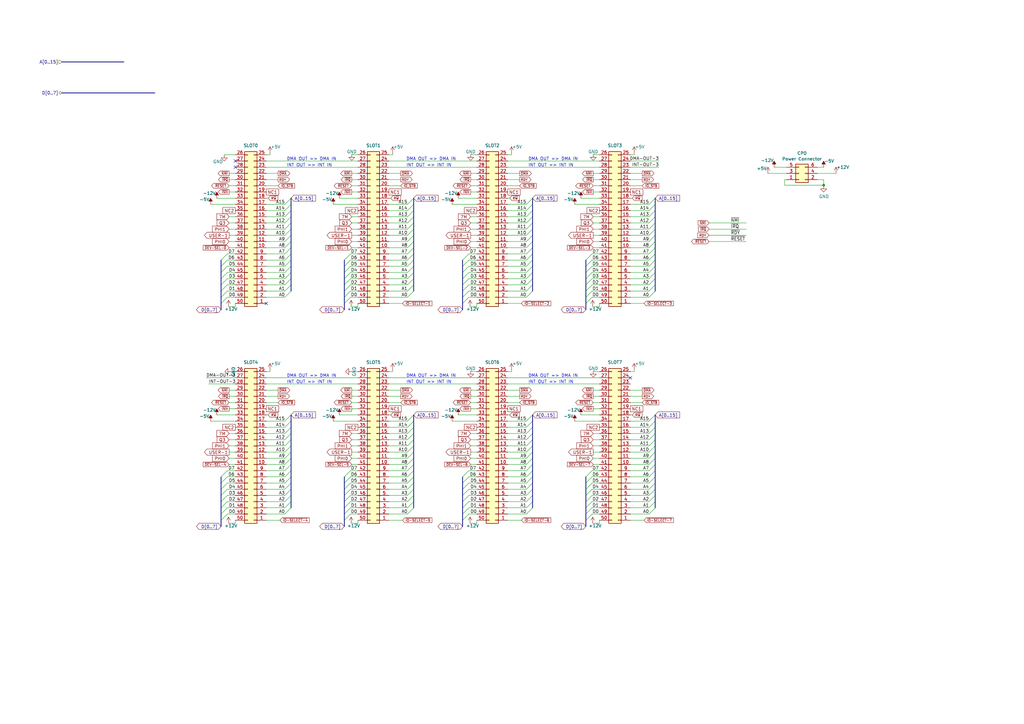
<source format=kicad_sch>
(kicad_sch (version 20231120) (generator "eeschema") (generator_version "8.0")
  (paper "A3")
  (title_block (title "Apple II Schematic") (rev "0") (comment 1 "Captured from the Apple II Reference Manual (1979)"))
  (junction (at 337.82 75.946))
  (no_connect (at 258.572 154.94))
  (no_connect (at 96.52 66.04))
  (no_connect (at 96.52 68.58))
  (no_connect (at 109.22 124.46))
  (bus_entry (at 268.732 182.88) (size -2.54 2.54))
  (bus_entry (at 218.44 101.6) (size -2.54 2.54))
  (bus_entry (at 169.672 86.36) (size -2.54 2.54))
  (bus_entry (at 268.732 119.38) (size -2.54 2.54))
  (bus_entry (at 119.38 208.28) (size -2.54 2.54))
  (bus_entry (at 268.732 208.28) (size -2.54 2.54))
  (bus_entry (at 90.678 116.84) (size 2.54 -2.54))
  (bus_entry (at 268.732 91.44) (size -2.54 2.54))
  (bus_entry (at 119.38 190.5) (size -2.54 2.54))
  (bus_entry (at 169.672 180.34) (size -2.54 2.54))
  (bus_entry (at 268.732 172.72) (size -2.54 2.54))
  (bus_entry (at 218.44 172.72) (size -2.54 2.54))
  (bus_entry (at 218.44 104.14) (size -2.54 2.54))
  (bus_entry (at 119.38 200.66) (size -2.54 2.54))
  (bus_entry (at 119.38 172.72) (size -2.54 2.54))
  (bus_entry (at 169.672 111.76) (size -2.54 2.54))
  (bus_entry (at 240.284 213.36) (size 2.54 -2.54))
  (bus_entry (at 141.224 195.58) (size 2.54 -2.54))
  (bus_entry (at 141.224 111.76) (size 2.54 -2.54))
  (bus_entry (at 268.732 81.28) (size -2.54 2.54))
  (bus_entry (at 189.738 208.28) (size 2.54 -2.54))
  (bus_entry (at 169.672 170.18) (size -2.54 2.54))
  (bus_entry (at 189.738 205.74) (size 2.54 -2.54))
  (bus_entry (at 169.672 101.6) (size -2.54 2.54))
  (bus_entry (at 268.732 200.66) (size -2.54 2.54))
  (bus_entry (at 189.738 111.76) (size 2.54 -2.54))
  (bus_entry (at 90.678 119.38) (size 2.54 -2.54))
  (bus_entry (at 218.44 91.44) (size -2.54 2.54))
  (bus_entry (at 268.732 86.36) (size -2.54 2.54))
  (bus_entry (at 169.672 203.2) (size -2.54 2.54))
  (bus_entry (at 268.732 114.3) (size -2.54 2.54))
  (bus_entry (at 268.732 193.04) (size -2.54 2.54))
  (bus_entry (at 119.38 101.6) (size -2.54 2.54))
  (bus_entry (at 169.672 175.26) (size -2.54 2.54))
  (bus_entry (at 119.38 170.18) (size -2.54 2.54))
  (bus_entry (at 119.38 205.74) (size -2.54 2.54))
  (bus_entry (at 90.678 106.68) (size 2.54 -2.54))
  (bus_entry (at 90.678 109.22) (size 2.54 -2.54))
  (bus_entry (at 218.44 185.42) (size -2.54 2.54))
  (bus_entry (at 268.732 170.18) (size -2.54 2.54))
  (bus_entry (at 169.672 106.68) (size -2.54 2.54))
  (bus_entry (at 218.44 109.22) (size -2.54 2.54))
  (bus_entry (at 119.38 193.04) (size -2.54 2.54))
  (bus_entry (at 268.732 106.68) (size -2.54 2.54))
  (bus_entry (at 218.44 93.98) (size -2.54 2.54))
  (bus_entry (at 189.738 195.58) (size 2.54 -2.54))
  (bus_entry (at 119.38 86.36) (size -2.54 2.54))
  (bus_entry (at 268.732 88.9) (size -2.54 2.54))
  (bus_entry (at 218.44 106.68) (size -2.54 2.54))
  (bus_entry (at 240.284 116.84) (size 2.54 -2.54))
  (bus_entry (at 90.678 195.58) (size 2.54 -2.54))
  (bus_entry (at 169.672 200.66) (size -2.54 2.54))
  (bus_entry (at 218.44 96.52) (size -2.54 2.54))
  (bus_entry (at 218.44 83.82) (size -2.54 2.54))
  (bus_entry (at 119.38 175.26) (size -2.54 2.54))
  (bus_entry (at 240.284 124.46) (size 2.54 -2.54))
  (bus_entry (at 169.672 93.98) (size -2.54 2.54))
  (bus_entry (at 218.44 203.2) (size -2.54 2.54))
  (bus_entry (at 218.44 208.28) (size -2.54 2.54))
  (bus_entry (at 90.678 208.28) (size 2.54 -2.54))
  (bus_entry (at 268.732 198.12) (size -2.54 2.54))
  (bus_entry (at 119.38 99.06) (size -2.54 2.54))
  (bus_entry (at 119.38 195.58) (size -2.54 2.54))
  (bus_entry (at 268.732 177.8) (size -2.54 2.54))
  (bus_entry (at 240.284 109.22) (size 2.54 -2.54))
  (bus_entry (at 218.44 193.04) (size -2.54 2.54))
  (bus_entry (at 218.44 111.76) (size -2.54 2.54))
  (bus_entry (at 119.38 91.44) (size -2.54 2.54))
  (bus_entry (at 169.672 187.96) (size -2.54 2.54))
  (bus_entry (at 189.738 210.82) (size 2.54 -2.54))
  (bus_entry (at 240.284 121.92) (size 2.54 -2.54))
  (bus_entry (at 189.738 200.66) (size 2.54 -2.54))
  (bus_entry (at 189.738 116.84) (size 2.54 -2.54))
  (bus_entry (at 268.732 195.58) (size -2.54 2.54))
  (bus_entry (at 90.678 111.76) (size 2.54 -2.54))
  (bus_entry (at 169.672 96.52) (size -2.54 2.54))
  (bus_entry (at 169.672 177.8) (size -2.54 2.54))
  (bus_entry (at 141.224 203.2) (size 2.54 -2.54))
  (bus_entry (at 141.224 205.74) (size 2.54 -2.54))
  (bus_entry (at 141.224 210.82) (size 2.54 -2.54))
  (bus_entry (at 90.678 198.12) (size 2.54 -2.54))
  (bus_entry (at 119.38 114.3) (size -2.54 2.54))
  (bus_entry (at 169.672 193.04) (size -2.54 2.54))
  (bus_entry (at 90.678 205.74) (size 2.54 -2.54))
  (bus_entry (at 90.678 210.82) (size 2.54 -2.54))
  (bus_entry (at 169.672 99.06) (size -2.54 2.54))
  (bus_entry (at 169.672 198.12) (size -2.54 2.54))
  (bus_entry (at 169.672 88.9) (size -2.54 2.54))
  (bus_entry (at 268.732 111.76) (size -2.54 2.54))
  (bus_entry (at 240.284 114.3) (size 2.54 -2.54))
  (bus_entry (at 169.672 81.28) (size -2.54 2.54))
  (bus_entry (at 268.732 116.84) (size -2.54 2.54))
  (bus_entry (at 119.38 182.88) (size -2.54 2.54))
  (bus_entry (at 90.678 203.2) (size 2.54 -2.54))
  (bus_entry (at 169.672 91.44) (size -2.54 2.54))
  (bus_entry (at 240.284 200.66) (size 2.54 -2.54))
  (bus_entry (at 141.224 119.38) (size 2.54 -2.54))
  (bus_entry (at 119.38 116.84) (size -2.54 2.54))
  (bus_entry (at 268.732 101.6) (size -2.54 2.54))
  (bus_entry (at 218.44 116.84) (size -2.54 2.54))
  (bus_entry (at 119.38 106.68) (size -2.54 2.54))
  (bus_entry (at 240.284 203.2) (size 2.54 -2.54))
  (bus_entry (at 119.38 187.96) (size -2.54 2.54))
  (bus_entry (at 119.38 96.52) (size -2.54 2.54))
  (bus_entry (at 240.284 205.74) (size 2.54 -2.54))
  (bus_entry (at 218.44 170.18) (size -2.54 2.54))
  (bus_entry (at 119.38 81.28) (size -2.54 2.54))
  (bus_entry (at 169.672 172.72) (size -2.54 2.54))
  (bus_entry (at 119.38 111.76) (size -2.54 2.54))
  (bus_entry (at 268.732 83.82) (size -2.54 2.54))
  (bus_entry (at 268.732 99.06) (size -2.54 2.54))
  (bus_entry (at 90.678 213.36) (size 2.54 -2.54))
  (bus_entry (at 119.38 88.9) (size -2.54 2.54))
  (bus_entry (at 218.44 81.28) (size -2.54 2.54))
  (bus_entry (at 240.284 111.76) (size 2.54 -2.54))
  (bus_entry (at 268.732 185.42) (size -2.54 2.54))
  (bus_entry (at 169.672 185.42) (size -2.54 2.54))
  (bus_entry (at 240.284 208.28) (size 2.54 -2.54))
  (bus_entry (at 189.738 203.2) (size 2.54 -2.54))
  (bus_entry (at 90.678 114.3) (size 2.54 -2.54))
  (bus_entry (at 268.732 104.14) (size -2.54 2.54))
  (bus_entry (at 218.44 205.74) (size -2.54 2.54))
  (bus_entry (at 169.672 182.88) (size -2.54 2.54))
  (bus_entry (at 240.284 195.58) (size 2.54 -2.54))
  (bus_entry (at 268.732 96.52) (size -2.54 2.54))
  (bus_entry (at 218.44 190.5) (size -2.54 2.54))
  (bus_entry (at 169.672 114.3) (size -2.54 2.54))
  (bus_entry (at 189.738 213.36) (size 2.54 -2.54))
  (bus_entry (at 169.672 109.22) (size -2.54 2.54))
  (bus_entry (at 141.224 200.66) (size 2.54 -2.54))
  (bus_entry (at 119.38 198.12) (size -2.54 2.54))
  (bus_entry (at 189.738 106.68) (size 2.54 -2.54))
  (bus_entry (at 141.224 106.68) (size 2.54 -2.54))
  (bus_entry (at 240.284 198.12) (size 2.54 -2.54))
  (bus_entry (at 119.38 83.82) (size -2.54 2.54))
  (bus_entry (at 268.732 190.5) (size -2.54 2.54))
  (bus_entry (at 189.738 114.3) (size 2.54 -2.54))
  (bus_entry (at 119.38 177.8) (size -2.54 2.54))
  (bus_entry (at 141.224 121.92) (size 2.54 -2.54))
  (bus_entry (at 268.732 109.22) (size -2.54 2.54))
  (bus_entry (at 169.672 104.14) (size -2.54 2.54))
  (bus_entry (at 189.738 119.38) (size 2.54 -2.54))
  (bus_entry (at 119.38 93.98) (size -2.54 2.54))
  (bus_entry (at 218.44 175.26) (size -2.54 2.54))
  (bus_entry (at 90.678 124.46) (size 2.54 -2.54))
  (bus_entry (at 141.224 114.3) (size 2.54 -2.54))
  (bus_entry (at 218.44 99.06) (size -2.54 2.54))
  (bus_entry (at 169.672 190.5) (size -2.54 2.54))
  (bus_entry (at 141.224 208.28) (size 2.54 -2.54))
  (bus_entry (at 218.44 182.88) (size -2.54 2.54))
  (bus_entry (at 218.44 180.34) (size -2.54 2.54))
  (bus_entry (at 218.44 86.36) (size -2.54 2.54))
  (bus_entry (at 240.284 210.82) (size 2.54 -2.54))
  (bus_entry (at 141.224 116.84) (size 2.54 -2.54))
  (bus_entry (at 90.678 200.66) (size 2.54 -2.54))
  (bus_entry (at 141.224 109.22) (size 2.54 -2.54))
  (bus_entry (at 240.284 119.38) (size 2.54 -2.54))
  (bus_entry (at 268.732 180.34) (size -2.54 2.54))
  (bus_entry (at 169.672 116.84) (size -2.54 2.54))
  (bus_entry (at 169.672 83.82) (size -2.54 2.54))
  (bus_entry (at 268.732 187.96) (size -2.54 2.54))
  (bus_entry (at 169.672 119.38) (size -2.54 2.54))
  (bus_entry (at 189.738 109.22) (size 2.54 -2.54))
  (bus_entry (at 189.738 124.46) (size 2.54 -2.54))
  (bus_entry (at 189.738 198.12) (size 2.54 -2.54))
  (bus_entry (at 218.44 198.12) (size -2.54 2.54))
  (bus_entry (at 268.732 203.2) (size -2.54 2.54))
  (bus_entry (at 268.732 93.98) (size -2.54 2.54))
  (bus_entry (at 268.732 205.74) (size -2.54 2.54))
  (bus_entry (at 240.284 106.68) (size 2.54 -2.54))
  (bus_entry (at 141.224 124.46) (size 2.54 -2.54))
  (bus_entry (at 119.38 109.22) (size -2.54 2.54))
  (bus_entry (at 218.44 177.8) (size -2.54 2.54))
  (bus_entry (at 119.38 180.34) (size -2.54 2.54))
  (bus_entry (at 141.224 213.36) (size 2.54 -2.54))
  (bus_entry (at 218.44 187.96) (size -2.54 2.54))
  (bus_entry (at 141.224 198.12) (size 2.54 -2.54))
  (bus_entry (at 169.672 195.58) (size -2.54 2.54))
  (bus_entry (at 119.38 119.38) (size -2.54 2.54))
  (bus_entry (at 119.38 185.42) (size -2.54 2.54))
  (bus_entry (at 218.44 200.66) (size -2.54 2.54))
  (bus_entry (at 268.732 175.26) (size -2.54 2.54))
  (bus_entry (at 189.738 121.92) (size 2.54 -2.54))
  (bus_entry (at 169.672 208.28) (size -2.54 2.54))
  (bus_entry (at 218.44 195.58) (size -2.54 2.54))
  (bus_entry (at 119.38 104.14) (size -2.54 2.54))
  (bus_entry (at 169.672 205.74) (size -2.54 2.54))
  (bus_entry (at 90.678 121.92) (size 2.54 -2.54))
  (bus_entry (at 218.44 114.3) (size -2.54 2.54))
  (bus_entry (at 218.44 88.9) (size -2.54 2.54))
  (bus_entry (at 218.44 119.38) (size -2.54 2.54))
  (bus_entry (at 119.38 203.2) (size -2.54 2.54))
  (wire (pts (xy 167.132 119.38) (xy 159.512 119.38)))
  (wire (pts (xy 96.52 195.58) (xy 93.218 195.58)))
  (wire (pts (xy 146.812 116.84) (xy 143.764 116.84)))
  (bus (pts (xy 268.732 180.34) (xy 268.732 182.88)))
  (wire (pts (xy 144.272 96.52) (xy 146.812 96.52)))
  (wire (pts (xy 93.98 190.5) (xy 96.52 190.5)))
  (wire (pts (xy 266.192 198.12) (xy 258.572 198.12)))
  (bus (pts (xy 119.38 83.82) (xy 119.38 86.36)))
  (bus (pts (xy 240.284 195.58) (xy 240.284 198.12)))
  (bus (pts (xy 268.732 203.2) (xy 268.732 205.74)))
  (bus (pts (xy 189.738 124.46) (xy 189.738 127)))
  (bus (pts (xy 268.732 111.76) (xy 268.732 114.3)))
  (bus (pts (xy 169.672 111.76) (xy 169.672 114.3)))
  (wire (pts (xy 116.84 101.6) (xy 109.22 101.6)))
  (wire (pts (xy 259.334 81.28) (xy 258.572 81.28)))
  (wire (pts (xy 215.9 91.44) (xy 208.28 91.44)))
  (bus (pts (xy 90.678 213.36) (xy 90.678 215.9)))
  (bus (pts (xy 119.38 81.28) (xy 119.38 83.82)))
  (wire (pts (xy 335.28 73.66) (xy 337.82 73.66)))
  (wire (pts (xy 185.42 83.82) (xy 195.58 83.82)))
  (wire (pts (xy 335.28 71.12) (xy 342.9 71.12)))
  (wire (pts (xy 193.04 182.88) (xy 195.58 182.88)))
  (wire (pts (xy 187.96 170.18) (xy 195.58 170.18)))
  (wire (pts (xy 195.58 203.2) (xy 192.278 203.2)))
  (wire (pts (xy 116.84 210.82) (xy 109.22 210.82)))
  (wire (pts (xy 193.04 185.42) (xy 195.58 185.42)))
  (wire (pts (xy 167.132 114.3) (xy 159.512 114.3)))
  (bus (pts (xy 169.672 93.98) (xy 169.672 96.52)))
  (wire (pts (xy 259.334 170.18) (xy 258.572 170.18)))
  (bus (pts (xy 169.672 170.18) (xy 169.672 172.72)))
  (bus (pts (xy 169.672 88.9) (xy 169.672 91.44)))
  (bus (pts (xy 119.38 91.44) (xy 119.38 93.98)))
  (wire (pts (xy 93.726 125.73) (xy 96.52 125.73)))
  (wire (pts (xy 195.58 88.9) (xy 193.04 88.9)))
  (wire (pts (xy 116.84 111.76) (xy 109.22 111.76)))
  (bus (pts (xy 268.732 193.04) (xy 268.732 195.58)))
  (wire (pts (xy 266.192 177.8) (xy 258.572 177.8)))
  (wire (pts (xy 195.58 205.74) (xy 192.278 205.74)))
  (wire (pts (xy 195.58 116.84) (xy 192.278 116.84)))
  (wire (pts (xy 146.812 109.22) (xy 143.764 109.22)))
  (bus (pts (xy 169.672 177.8) (xy 169.672 180.34)))
  (bus (pts (xy 169.672 114.3) (xy 169.672 116.84)))
  (bus (pts (xy 218.44 114.3) (xy 218.44 116.84)))
  (wire (pts (xy 116.84 116.84) (xy 109.22 116.84)))
  (wire (pts (xy 146.812 214.63) (xy 146.812 213.36)))
  (wire (pts (xy 161.036 152.4) (xy 161.036 151.638)))
  (wire (pts (xy 238.252 81.28) (xy 245.872 81.28)))
  (wire (pts (xy 195.58 180.34) (xy 193.04 180.34)))
  (wire (pts (xy 215.9 101.6) (xy 208.28 101.6)))
  (wire (pts (xy 167.132 96.52) (xy 159.512 96.52)))
  (wire (pts (xy 215.9 114.3) (xy 208.28 114.3)))
  (wire (pts (xy 161.036 63.5) (xy 161.036 62.738)))
  (wire (pts (xy 96.52 71.12) (xy 93.98 71.12)))
  (wire (pts (xy 213.106 73.66) (xy 208.28 73.66)))
  (wire (pts (xy 114.046 162.56) (xy 109.22 162.56)))
  (bus (pts (xy 268.732 177.8) (xy 268.732 180.34)))
  (wire (pts (xy 195.58 162.56) (xy 193.04 162.56)))
  (wire (pts (xy 266.192 210.82) (xy 258.572 210.82)))
  (bus (pts (xy 240.284 119.38) (xy 240.284 121.92)))
  (wire (pts (xy 96.52 198.12) (xy 93.218 198.12)))
  (bus (pts (xy 189.738 106.68) (xy 189.738 109.22)))
  (wire (pts (xy 266.192 203.2) (xy 258.572 203.2)))
  (wire (pts (xy 164.338 162.56) (xy 159.512 162.56)))
  (wire (pts (xy 116.84 91.44) (xy 109.22 91.44)))
  (wire (pts (xy 266.192 99.06) (xy 258.572 99.06)))
  (wire (pts (xy 195.58 198.12) (xy 192.278 198.12)))
  (wire (pts (xy 164.338 73.66) (xy 159.512 73.66)))
  (wire (pts (xy 245.872 205.74) (xy 242.824 205.74)))
  (wire (pts (xy 159.512 124.46) (xy 165.1 124.46)))
  (bus (pts (xy 119.38 96.52) (xy 119.38 99.06)))
  (wire (pts (xy 91.948 63.5) (xy 96.52 63.5)))
  (wire (pts (xy 195.58 78.74) (xy 193.04 78.74)))
  (bus (pts (xy 268.732 106.68) (xy 268.732 109.22)))
  (wire (pts (xy 258.572 124.46) (xy 264.16 124.46)))
  (wire (pts (xy 266.192 208.28) (xy 258.572 208.28)))
  (bus (pts (xy 90.678 198.12) (xy 90.678 200.66)))
  (wire (pts (xy 144.78 63.5) (xy 146.812 63.5)))
  (wire (pts (xy 266.192 205.74) (xy 258.572 205.74)))
  (wire (pts (xy 266.192 83.82) (xy 258.572 83.82)))
  (wire (pts (xy 167.132 99.06) (xy 159.512 99.06)))
  (bus (pts (xy 141.224 200.66) (xy 141.224 203.2)))
  (wire (pts (xy 167.132 104.14) (xy 159.512 104.14)))
  (bus (pts (xy 218.44 91.44) (xy 218.44 93.98)))
  (wire (pts (xy 96.52 167.64) (xy 93.98 167.64)))
  (wire (pts (xy 109.22 63.5) (xy 110.744 63.5)))
  (bus (pts (xy 119.38 182.88) (xy 119.38 185.42)))
  (wire (pts (xy 116.84 99.06) (xy 109.22 99.06)))
  (wire (pts (xy 195.58 109.22) (xy 192.278 109.22)))
  (wire (pts (xy 263.398 71.12) (xy 258.572 71.12)))
  (bus (pts (xy 218.44 111.76) (xy 218.44 114.3)))
  (bus (pts (xy 189.738 200.66) (xy 189.738 203.2)))
  (wire (pts (xy 167.132 109.22) (xy 159.512 109.22)))
  (wire (pts (xy 116.84 198.12) (xy 109.22 198.12)))
  (wire (pts (xy 116.84 205.74) (xy 109.22 205.74)))
  (bus (pts (xy 169.672 106.68) (xy 169.672 109.22)))
  (wire (pts (xy 96.52 205.74) (xy 93.218 205.74)))
  (bus (pts (xy 218.44 193.04) (xy 218.44 195.58)))
  (wire (pts (xy 266.192 187.96) (xy 258.572 187.96)))
  (wire (pts (xy 167.132 121.92) (xy 159.512 121.92)))
  (wire (pts (xy 116.84 200.66) (xy 109.22 200.66)))
  (wire (pts (xy 167.132 83.82) (xy 159.512 83.82)))
  (wire (pts (xy 245.872 73.66) (xy 243.332 73.66)))
  (bus (pts (xy 119.38 190.5) (xy 119.38 193.04)))
  (bus (pts (xy 169.672 96.52) (xy 169.672 99.06)))
  (wire (pts (xy 192.786 125.73) (xy 195.58 125.73)))
  (wire (pts (xy 146.812 71.12) (xy 144.272 71.12)))
  (bus (pts (xy 169.672 200.66) (xy 169.672 203.2)))
  (wire (pts (xy 193.548 63.246) (xy 193.548 63.5)))
  (bus (pts (xy 90.678 203.2) (xy 90.678 205.74)))
  (bus (pts (xy 218.44 101.6) (xy 218.44 104.14)))
  (wire (pts (xy 245.872 106.68) (xy 242.824 106.68)))
  (wire (pts (xy 245.872 200.66) (xy 242.824 200.66)))
  (wire (pts (xy 195.58 73.66) (xy 193.04 73.66)))
  (wire (pts (xy 146.812 205.74) (xy 143.764 205.74)))
  (wire (pts (xy 266.192 114.3) (xy 258.572 114.3)))
  (wire (pts (xy 266.192 86.36) (xy 258.572 86.36)))
  (wire (pts (xy 96.52 121.92) (xy 93.218 121.92)))
  (wire (pts (xy 209.042 81.28) (xy 208.28 81.28)))
  (bus (pts (xy 141.224 198.12) (xy 141.224 200.66)))
  (bus (pts (xy 218.44 195.58) (xy 218.44 198.12)))
  (bus (pts (xy 169.672 91.44) (xy 169.672 93.98)))
  (wire (pts (xy 96.52 114.3) (xy 93.218 114.3)))
  (wire (pts (xy 266.192 119.38) (xy 258.572 119.38)))
  (wire (pts (xy 209.804 63.5) (xy 209.804 62.738)))
  (bus (pts (xy 268.732 91.44) (xy 268.732 93.98)))
  (wire (pts (xy 96.52 88.9) (xy 93.98 88.9)))
  (bus (pts (xy 90.678 114.3) (xy 90.678 116.84)))
  (wire (pts (xy 139.192 81.28) (xy 146.812 81.28)))
  (wire (pts (xy 215.9 93.98) (xy 208.28 93.98)))
  (wire (pts (xy 146.812 76.2) (xy 144.272 76.2)))
  (bus (pts (xy 268.732 104.14) (xy 268.732 106.68)))
  (wire (pts (xy 167.132 111.76) (xy 159.512 111.76)))
  (wire (pts (xy 116.84 114.3) (xy 109.22 114.3)))
  (wire (pts (xy 258.572 68.58) (xy 270.256 68.58)))
  (wire (pts (xy 114.046 165.1) (xy 109.22 165.1)))
  (wire (pts (xy 93.98 93.98) (xy 96.52 93.98)))
  (wire (pts (xy 266.192 182.88) (xy 258.572 182.88)))
  (bus (pts (xy 218.44 116.84) (xy 218.44 119.38)))
  (wire (pts (xy 195.58 160.02) (xy 193.04 160.02)))
  (wire (pts (xy 263.398 160.02) (xy 258.572 160.02)))
  (wire (pts (xy 243.84 63.5) (xy 245.872 63.5)))
  (wire (pts (xy 96.52 76.2) (xy 93.98 76.2)))
  (bus (pts (xy 268.732 86.36) (xy 268.732 88.9)))
  (wire (pts (xy 215.9 96.52) (xy 208.28 96.52)))
  (wire (pts (xy 159.512 213.36) (xy 165.1 213.36)))
  (wire (pts (xy 167.132 190.5) (xy 159.512 190.5)))
  (wire (pts (xy 96.52 111.76) (xy 93.218 111.76)))
  (bus (pts (xy 119.38 195.58) (xy 119.38 198.12)))
  (wire (pts (xy 110.744 152.4) (xy 110.744 151.638)))
  (wire (pts (xy 146.812 99.06) (xy 144.272 99.06)))
  (wire (pts (xy 208.28 63.5) (xy 209.804 63.5)))
  (bus (pts (xy 218.44 88.9) (xy 218.44 91.44)))
  (bus (pts (xy 169.672 83.82) (xy 169.672 86.36)))
  (wire (pts (xy 167.132 193.04) (xy 159.512 193.04)))
  (bus (pts (xy 189.738 213.36) (xy 189.738 215.9)))
  (wire (pts (xy 245.872 162.56) (xy 243.332 162.56)))
  (wire (pts (xy 260.096 63.5) (xy 260.096 62.738)))
  (wire (pts (xy 96.52 180.34) (xy 93.98 180.34)))
  (wire (pts (xy 109.982 81.28) (xy 109.22 81.28)))
  (wire (pts (xy 245.872 193.04) (xy 242.824 193.04)))
  (bus (pts (xy 268.732 175.26) (xy 268.732 177.8)))
  (wire (pts (xy 245.872 208.28) (xy 242.824 208.28)))
  (wire (pts (xy 243.332 96.52) (xy 245.872 96.52)))
  (wire (pts (xy 109.22 152.4) (xy 110.744 152.4)))
  (bus (pts (xy 141.224 205.74) (xy 141.224 208.28)))
  (wire (pts (xy 266.192 106.68) (xy 258.572 106.68)))
  (wire (pts (xy 238.252 170.18) (xy 245.872 170.18)))
  (wire (pts (xy 258.572 63.5) (xy 260.096 63.5)))
  (bus (pts (xy 141.224 213.36) (xy 141.224 215.9)))
  (wire (pts (xy 290.83 91.44) (xy 306.07 91.44)))
  (wire (pts (xy 116.84 177.8) (xy 109.22 177.8)))
  (wire (pts (xy 195.58 195.58) (xy 192.278 195.58)))
  (bus (pts (xy 119.38 93.98) (xy 119.38 96.52)))
  (wire (pts (xy 167.132 172.72) (xy 159.512 172.72)))
  (wire (pts (xy 215.9 182.88) (xy 208.28 182.88)))
  (wire (pts (xy 290.83 99.06) (xy 306.07 99.06)))
  (wire (pts (xy 266.192 93.98) (xy 258.572 93.98)))
  (bus (pts (xy 189.738 114.3) (xy 189.738 116.84)))
  (wire (pts (xy 96.52 99.06) (xy 93.98 99.06)))
  (wire (pts (xy 164.338 160.02) (xy 159.512 160.02)))
  (bus (pts (xy 218.44 180.34) (xy 218.44 182.88)))
  (bus (pts (xy 240.284 109.22) (xy 240.284 111.76)))
  (wire (pts (xy 167.132 175.26) (xy 159.512 175.26)))
  (wire (pts (xy 195.58 177.8) (xy 193.04 177.8)))
  (wire (pts (xy 245.872 203.2) (xy 242.824 203.2)))
  (wire (pts (xy 317.5 68.58) (xy 322.58 68.58)))
  (wire (pts (xy 243.332 63.246) (xy 243.84 63.246)))
  (wire (pts (xy 146.812 198.12) (xy 143.764 198.12)))
  (wire (pts (xy 195.58 210.82) (xy 192.278 210.82)))
  (wire (pts (xy 185.42 172.72) (xy 195.58 172.72)))
  (wire (pts (xy 337.82 75.946) (xy 337.82 76.2)))
  (wire (pts (xy 245.872 78.74) (xy 243.332 78.74)))
  (bus (pts (xy 189.738 119.38) (xy 189.738 121.92)))
  (bus (pts (xy 90.678 111.76) (xy 90.678 114.3)))
  (bus (pts (xy 90.678 124.46) (xy 90.678 127)))
  (bus (pts (xy 240.284 208.28) (xy 240.284 210.82)))
  (wire (pts (xy 208.28 213.36) (xy 213.868 213.36)))
  (bus (pts (xy 218.44 99.06) (xy 218.44 101.6)))
  (wire (pts (xy 243.078 214.63) (xy 245.872 214.63)))
  (wire (pts (xy 116.84 193.04) (xy 109.22 193.04)))
  (wire (pts (xy 144.272 93.98) (xy 146.812 93.98)))
  (wire (pts (xy 96.52 116.84) (xy 93.218 116.84)))
  (bus (pts (xy 268.732 93.98) (xy 268.732 96.52)))
  (wire (pts (xy 96.52 119.38) (xy 93.218 119.38)))
  (bus (pts (xy 240.284 121.92) (xy 240.284 124.46)))
  (wire (pts (xy 245.872 180.34) (xy 243.332 180.34)))
  (wire (pts (xy 93.98 96.52) (xy 96.52 96.52)))
  (wire (pts (xy 167.132 208.28) (xy 159.512 208.28)))
  (wire (pts (xy 215.9 109.22) (xy 208.28 109.22)))
  (wire (pts (xy 146.812 119.38) (xy 143.764 119.38)))
  (wire (pts (xy 235.712 83.82) (xy 245.872 83.82)))
  (wire (pts (xy 96.52 208.28) (xy 93.218 208.28)))
  (bus (pts (xy 90.678 210.82) (xy 90.678 213.36)))
  (bus (pts (xy 141.224 195.58) (xy 141.224 198.12)))
  (wire (pts (xy 193.548 152.4) (xy 195.58 152.4)))
  (wire (pts (xy 146.812 203.2) (xy 143.764 203.2)))
  (wire (pts (xy 337.82 73.66) (xy 337.82 75.946)))
  (bus (pts (xy 169.672 195.58) (xy 169.672 198.12)))
  (wire (pts (xy 193.04 190.5) (xy 195.58 190.5)))
  (wire (pts (xy 213.106 162.56) (xy 208.28 162.56)))
  (wire (pts (xy 96.52 73.66) (xy 93.98 73.66)))
  (wire (pts (xy 245.872 167.64) (xy 243.332 167.64)))
  (bus (pts (xy 119.38 111.76) (xy 119.38 114.3)))
  (bus (pts (xy 169.672 205.74) (xy 169.672 208.28)))
  (wire (pts (xy 116.84 88.9) (xy 109.22 88.9)))
  (wire (pts (xy 193.548 152.146) (xy 193.548 152.4)))
  (wire (pts (xy 209.042 170.18) (xy 208.28 170.18)))
  (wire (pts (xy 258.572 152.4) (xy 260.096 152.4)))
  (wire (pts (xy 116.84 180.34) (xy 109.22 180.34)))
  (bus (pts (xy 169.672 198.12) (xy 169.672 200.66)))
  (wire (pts (xy 86.36 172.72) (xy 96.52 172.72)))
  (bus (pts (xy 240.284 210.82) (xy 240.284 213.36)))
  (wire (pts (xy 116.84 175.26) (xy 109.22 175.26)))
  (wire (pts (xy 136.652 172.72) (xy 146.812 172.72)))
  (bus (pts (xy 218.44 203.2) (xy 218.44 205.74)))
  (bus (pts (xy 119.38 175.26) (xy 119.38 177.8)))
  (bus (pts (xy 218.44 198.12) (xy 218.44 200.66)))
  (wire (pts (xy 245.872 195.58) (xy 242.824 195.58)))
  (wire (pts (xy 245.872 121.92) (xy 242.824 121.92)))
  (bus (pts (xy 90.678 121.92) (xy 90.678 124.46)))
  (wire (pts (xy 114.046 160.02) (xy 109.22 160.02)))
  (wire (pts (xy 266.192 121.92) (xy 258.572 121.92)))
  (bus (pts (xy 218.44 170.18) (xy 218.44 172.72)))
  (wire (pts (xy 146.812 200.66) (xy 143.764 200.66)))
  (wire (pts (xy 146.812 165.1) (xy 144.272 165.1)))
  (wire (pts (xy 245.872 76.2) (xy 243.332 76.2)))
  (wire (pts (xy 213.106 160.02) (xy 208.28 160.02)))
  (wire (pts (xy 114.046 71.12) (xy 109.22 71.12)))
  (wire (pts (xy 266.192 193.04) (xy 258.572 193.04)))
  (bus (pts (xy 119.38 177.8) (xy 119.38 180.34)))
  (wire (pts (xy 195.58 111.76) (xy 192.278 111.76)))
  (wire (pts (xy 146.812 114.3) (xy 143.764 114.3)))
  (wire (pts (xy 243.078 125.73) (xy 245.872 125.73)))
  (bus (pts (xy 218.44 187.96) (xy 218.44 190.5)))
  (bus (pts (xy 189.738 116.84) (xy 189.738 119.38)))
  (wire (pts (xy 314.96 71.12) (xy 322.58 71.12)))
  (wire (pts (xy 93.98 182.88) (xy 96.52 182.88)))
  (wire (pts (xy 321.818 75.946) (xy 321.818 73.66)))
  (wire (pts (xy 109.22 68.58) (xy 146.812 68.58)))
  (wire (pts (xy 195.58 106.68) (xy 192.278 106.68)))
  (bus (pts (xy 268.732 83.82) (xy 268.732 86.36)))
  (wire (pts (xy 337.82 75.946) (xy 321.818 75.946)))
  (wire (pts (xy 215.9 187.96) (xy 208.28 187.96)))
  (wire (pts (xy 88.9 81.28) (xy 96.52 81.28)))
  (bus (pts (xy 169.672 116.84) (xy 169.672 119.38)))
  (wire (pts (xy 266.192 101.6) (xy 258.572 101.6)))
  (wire (pts (xy 146.812 104.14) (xy 143.764 104.14)))
  (bus (pts (xy 119.38 205.74) (xy 119.38 208.28)))
  (wire (pts (xy 266.192 175.26) (xy 258.572 175.26)))
  (wire (pts (xy 215.9 121.92) (xy 208.28 121.92)))
  (wire (pts (xy 167.132 203.2) (xy 159.512 203.2)))
  (wire (pts (xy 109.22 66.04) (xy 146.812 66.04)))
  (wire (pts (xy 215.9 190.5) (xy 208.28 190.5)))
  (wire (pts (xy 160.274 170.18) (xy 159.512 170.18)))
  (wire (pts (xy 243.332 101.6) (xy 245.872 101.6)))
  (wire (pts (xy 159.512 66.04) (xy 195.58 66.04)))
  (wire (pts (xy 243.84 63.246) (xy 243.84 63.5)))
  (bus (pts (xy 218.44 83.82) (xy 218.44 86.36)))
  (bus (pts (xy 218.44 96.52) (xy 218.44 99.06)))
  (bus (pts (xy 268.732 195.58) (xy 268.732 198.12)))
  (wire (pts (xy 260.096 152.4) (xy 260.096 151.638)))
  (bus (pts (xy 218.44 93.98) (xy 218.44 96.52)))
  (wire (pts (xy 266.192 195.58) (xy 258.572 195.58)))
  (wire (pts (xy 193.04 93.98) (xy 195.58 93.98)))
  (wire (pts (xy 195.58 104.14) (xy 192.278 104.14)))
  (bus (pts (xy 240.284 116.84) (xy 240.284 119.38)))
  (bus (pts (xy 268.732 88.9) (xy 268.732 91.44)))
  (wire (pts (xy 215.9 99.06) (xy 208.28 99.06)))
  (bus (pts (xy 189.738 195.58) (xy 189.738 198.12)))
  (wire (pts (xy 167.132 116.84) (xy 159.512 116.84)))
  (wire (pts (xy 96.52 162.56) (xy 93.98 162.56)))
  (wire (pts (xy 144.272 182.88) (xy 146.812 182.88)))
  (bus (pts (xy 119.38 86.36) (xy 119.38 88.9)))
  (wire (pts (xy 245.872 177.8) (xy 243.332 177.8)))
  (wire (pts (xy 146.812 167.64) (xy 144.272 167.64)))
  (wire (pts (xy 146.812 208.28) (xy 143.764 208.28)))
  (bus (pts (xy 189.738 111.76) (xy 189.738 114.3)))
  (bus (pts (xy 240.284 124.46) (xy 240.284 127)))
  (wire (pts (xy 116.84 96.52) (xy 109.22 96.52)))
  (wire (pts (xy 96.52 160.02) (xy 93.98 160.02)))
  (bus (pts (xy 268.732 170.18) (xy 268.732 172.72)))
  (wire (pts (xy 195.58 114.3) (xy 192.278 114.3)))
  (wire (pts (xy 167.132 185.42) (xy 159.512 185.42)))
  (bus (pts (xy 141.224 208.28) (xy 141.224 210.82)))
  (wire (pts (xy 144.272 185.42) (xy 146.812 185.42)))
  (wire (pts (xy 146.812 91.44) (xy 144.272 91.44)))
  (bus (pts (xy 268.732 200.66) (xy 268.732 203.2)))
  (bus (pts (xy 218.44 200.66) (xy 218.44 203.2)))
  (bus (pts (xy 169.672 172.72) (xy 169.672 175.26)))
  (bus (pts (xy 169.672 175.26) (xy 169.672 177.8)))
  (wire (pts (xy 195.58 121.92) (xy 192.278 121.92)))
  (wire (pts (xy 193.04 63.246) (xy 193.548 63.246)))
  (wire (pts (xy 88.9 170.18) (xy 96.52 170.18)))
  (wire (pts (xy 215.9 185.42) (xy 208.28 185.42)))
  (wire (pts (xy 109.22 154.94) (xy 146.812 154.94)))
  (bus (pts (xy 240.284 106.68) (xy 240.284 109.22)))
  (wire (pts (xy 266.192 91.44) (xy 258.572 91.44)))
  (wire (pts (xy 215.9 104.14) (xy 208.28 104.14)))
  (wire (pts (xy 116.84 83.82) (xy 109.22 83.82)))
  (wire (pts (xy 245.872 116.84) (xy 242.824 116.84)))
  (wire (pts (xy 245.872 125.73) (xy 245.872 124.46)))
  (bus (pts (xy 218.44 106.68) (xy 218.44 109.22)))
  (bus (pts (xy 169.672 180.34) (xy 169.672 182.88)))
  (wire (pts (xy 109.982 170.18) (xy 109.22 170.18)))
  (bus (pts (xy 240.284 198.12) (xy 240.284 200.66)))
  (wire (pts (xy 144.272 63.246) (xy 144.78 63.246)))
  (wire (pts (xy 245.872 198.12) (xy 242.824 198.12)))
  (wire (pts (xy 215.9 175.26) (xy 208.28 175.26)))
  (wire (pts (xy 245.872 119.38) (xy 242.824 119.38)))
  (wire (pts (xy 160.274 81.28) (xy 159.512 81.28)))
  (wire (pts (xy 245.872 114.3) (xy 242.824 114.3)))
  (wire (pts (xy 96.52 200.66) (xy 93.218 200.66)))
  (wire (pts (xy 195.58 76.2) (xy 193.04 76.2)))
  (wire (pts (xy 146.812 106.68) (xy 143.764 106.68)))
  (wire (pts (xy 215.9 106.68) (xy 208.28 106.68)))
  (wire (pts (xy 96.52 78.74) (xy 93.98 78.74)))
  (bus (pts (xy 119.38 99.06) (xy 119.38 101.6)))
  (bus (pts (xy 119.38 187.96) (xy 119.38 190.5)))
  (wire (pts (xy 193.04 96.52) (xy 195.58 96.52)))
  (wire (pts (xy 116.84 187.96) (xy 109.22 187.96)))
  (wire (pts (xy 290.83 96.52) (xy 306.07 96.52)))
  (wire (pts (xy 116.84 203.2) (xy 109.22 203.2)))
  (wire (pts (xy 195.58 214.63) (xy 195.58 213.36)))
  (wire (pts (xy 84.582 154.94) (xy 96.52 154.94)))
  (wire (pts (xy 159.512 157.48) (xy 195.58 157.48)))
  (wire (pts (xy 195.58 208.28) (xy 192.278 208.28)))
  (wire (pts (xy 146.812 177.8) (xy 144.272 177.8)))
  (wire (pts (xy 167.132 101.6) (xy 159.512 101.6)))
  (wire (pts (xy 245.872 91.44) (xy 243.332 91.44)))
  (bus (pts (xy 169.672 81.28) (xy 169.672 83.82)))
  (wire (pts (xy 195.58 193.04) (xy 192.278 193.04)))
  (bus (pts (xy 169.672 101.6) (xy 169.672 104.14)))
  (wire (pts (xy 213.106 71.12) (xy 208.28 71.12)))
  (wire (pts (xy 164.338 76.2) (xy 159.512 76.2)))
  (bus (pts (xy 119.38 193.04) (xy 119.38 195.58)))
  (wire (pts (xy 116.84 185.42) (xy 109.22 185.42)))
  (wire (pts (xy 96.52 177.8) (xy 93.98 177.8)))
  (bus (pts (xy 189.738 198.12) (xy 189.738 200.66)))
  (wire (pts (xy 167.132 182.88) (xy 159.512 182.88)))
  (bus (pts (xy 90.678 195.58) (xy 90.678 198.12)))
  (wire (pts (xy 195.58 99.06) (xy 193.04 99.06)))
  (wire (pts (xy 195.58 165.1) (xy 193.04 165.1)))
  (wire (pts (xy 245.872 99.06) (xy 243.332 99.06)))
  (wire (pts (xy 215.9 198.12) (xy 208.28 198.12)))
  (wire (pts (xy 215.9 111.76) (xy 208.28 111.76)))
  (wire (pts (xy 245.872 187.96) (xy 243.332 187.96)))
  (wire (pts (xy 167.132 86.36) (xy 159.512 86.36)))
  (bus (pts (xy 268.732 182.88) (xy 268.732 185.42)))
  (wire (pts (xy 114.046 73.66) (xy 109.22 73.66)))
  (bus (pts (xy 169.672 182.88) (xy 169.672 185.42)))
  (wire (pts (xy 243.332 182.88) (xy 245.872 182.88)))
  (wire (pts (xy 215.9 119.38) (xy 208.28 119.38)))
  (wire (pts (xy 159.512 63.5) (xy 161.036 63.5)))
  (wire (pts (xy 213.106 165.1) (xy 208.28 165.1)))
  (wire (pts (xy 263.398 76.2) (xy 258.572 76.2)))
  (bus (pts (xy 218.44 172.72) (xy 218.44 175.26)))
  (bus (pts (xy 240.284 200.66) (xy 240.284 203.2)))
  (wire (pts (xy 245.872 111.76) (xy 242.824 111.76)))
  (bus (pts (xy 119.38 101.6) (xy 119.38 104.14)))
  (bus (pts (xy 218.44 86.36) (xy 218.44 88.9)))
  (wire (pts (xy 195.58 200.66) (xy 192.278 200.66)))
  (wire (pts (xy 243.332 185.42) (xy 245.872 185.42)))
  (bus (pts (xy 169.672 86.36) (xy 169.672 88.9)))
  (bus (pts (xy 268.732 190.5) (xy 268.732 193.04)))
  (wire (pts (xy 321.818 73.66) (xy 322.58 73.66)))
  (wire (pts (xy 116.84 208.28) (xy 109.22 208.28)))
  (wire (pts (xy 146.812 210.82) (xy 143.764 210.82)))
  (wire (pts (xy 215.9 205.74) (xy 208.28 205.74)))
  (bus (pts (xy 240.284 114.3) (xy 240.284 116.84)))
  (wire (pts (xy 266.192 185.42) (xy 258.572 185.42)))
  (wire (pts (xy 245.872 104.14) (xy 242.824 104.14)))
  (wire (pts (xy 208.28 157.48) (xy 245.872 157.48)))
  (bus (pts (xy 169.672 190.5) (xy 169.672 193.04)))
  (wire (pts (xy 116.84 104.14) (xy 109.22 104.14)))
  (bus (pts (xy 189.738 109.22) (xy 189.738 111.76)))
  (wire (pts (xy 215.9 200.66) (xy 208.28 200.66)))
  (bus (pts (xy 90.678 116.84) (xy 90.678 119.38)))
  (wire (pts (xy 215.9 180.34) (xy 208.28 180.34)))
  (bus (pts (xy 218.44 205.74) (xy 218.44 208.28)))
  (wire (pts (xy 167.132 187.96) (xy 159.512 187.96)))
  (bus (pts (xy 141.224 111.76) (xy 141.224 114.3)))
  (wire (pts (xy 266.192 190.5) (xy 258.572 190.5)))
  (bus (pts (xy 119.38 203.2) (xy 119.38 205.74)))
  (wire (pts (xy 215.9 193.04) (xy 208.28 193.04)))
  (wire (pts (xy 114.046 76.2) (xy 109.22 76.2)))
  (wire (pts (xy 146.812 88.9) (xy 144.272 88.9)))
  (bus (pts (xy 240.284 205.74) (xy 240.284 208.28)))
  (bus (pts (xy 240.284 213.36) (xy 240.284 215.9)))
  (bus (pts (xy 119.38 88.9) (xy 119.38 91.44)))
  (wire (pts (xy 195.58 125.73) (xy 195.58 124.46)))
  (wire (pts (xy 146.812 195.58) (xy 143.764 195.58)))
  (bus (pts (xy 189.738 203.2) (xy 189.738 205.74)))
  (wire (pts (xy 195.58 91.44) (xy 193.04 91.44)))
  (bus (pts (xy 119.38 106.68) (xy 119.38 109.22)))
  (wire (pts (xy 263.398 73.66) (xy 258.572 73.66)))
  (wire (pts (xy 335.28 68.58) (xy 337.82 68.58)))
  (bus (pts (xy 240.284 111.76) (xy 240.284 114.3)))
  (wire (pts (xy 96.52 210.82) (xy 93.218 210.82)))
  (bus (pts (xy 169.672 104.14) (xy 169.672 106.68)))
  (bus (pts (xy 218.44 81.28) (xy 218.44 83.82)))
  (wire (pts (xy 243.332 152.146) (xy 243.84 152.146)))
  (wire (pts (xy 215.9 116.84) (xy 208.28 116.84)))
  (bus (pts (xy 90.678 200.66) (xy 90.678 203.2)))
  (wire (pts (xy 215.9 208.28) (xy 208.28 208.28)))
  (bus (pts (xy 119.38 172.72) (xy 119.38 175.26)))
  (wire (pts (xy 116.84 93.98) (xy 109.22 93.98)))
  (bus (pts (xy 189.738 208.28) (xy 189.738 210.82)))
  (wire (pts (xy 215.9 203.2) (xy 208.28 203.2)))
  (wire (pts (xy 167.132 200.66) (xy 159.512 200.66)))
  (wire (pts (xy 215.9 83.82) (xy 208.28 83.82)))
  (wire (pts (xy 243.332 190.5) (xy 245.872 190.5)))
  (wire (pts (xy 266.192 180.34) (xy 258.572 180.34)))
  (wire (pts (xy 146.812 180.34) (xy 144.272 180.34)))
  (bus (pts (xy 218.44 104.14) (xy 218.44 106.68)))
  (wire (pts (xy 116.84 121.92) (xy 109.22 121.92)))
  (wire (pts (xy 116.84 182.88) (xy 109.22 182.88)))
  (wire (pts (xy 245.872 88.9) (xy 243.332 88.9)))
  (wire (pts (xy 146.812 162.56) (xy 144.272 162.56)))
  (wire (pts (xy 116.84 109.22) (xy 109.22 109.22)))
  (wire (pts (xy 144.018 125.73) (xy 146.812 125.73)))
  (wire (pts (xy 146.812 187.96) (xy 144.272 187.96)))
  (wire (pts (xy 159.512 152.4) (xy 161.036 152.4)))
  (wire (pts (xy 193.04 152.146) (xy 193.548 152.146)))
  (wire (pts (xy 195.58 71.12) (xy 193.04 71.12)))
  (wire (pts (xy 93.726 214.63) (xy 96.52 214.63)))
  (bus (pts (xy 169.672 203.2) (xy 169.672 205.74)))
  (bus (pts (xy 268.732 96.52) (xy 268.732 99.06)))
  (bus (pts (xy 268.732 198.12) (xy 268.732 200.66)))
  (wire (pts (xy 96.52 203.2) (xy 93.218 203.2)))
  (wire (pts (xy 167.132 93.98) (xy 159.512 93.98)))
  (bus (pts (xy 218.44 175.26) (xy 218.44 177.8)))
  (wire (pts (xy 146.812 125.73) (xy 146.812 124.46)))
  (wire (pts (xy 93.98 185.42) (xy 96.52 185.42)))
  (wire (pts (xy 208.28 124.46) (xy 213.868 124.46)))
  (wire (pts (xy 93.98 101.6) (xy 96.52 101.6)))
  (bus (pts (xy 268.732 114.3) (xy 268.732 116.84)))
  (wire (pts (xy 136.652 83.82) (xy 146.812 83.82)))
  (bus (pts (xy 169.672 185.42) (xy 169.672 187.96)))
  (wire (pts (xy 215.9 195.58) (xy 208.28 195.58)))
  (wire (pts (xy 167.132 205.74) (xy 159.512 205.74)))
  (wire (pts (xy 96.52 193.04) (xy 93.218 193.04)))
  (wire (pts (xy 85.598 157.48) (xy 96.52 157.48)))
  (wire (pts (xy 109.22 213.36) (xy 114.808 213.36)))
  (wire (pts (xy 187.96 81.28) (xy 195.58 81.28)))
  (wire (pts (xy 235.712 172.72) (xy 245.872 172.72)))
  (wire (pts (xy 96.52 187.96) (xy 93.98 187.96)))
  (bus (pts (xy 169.672 99.06) (xy 169.672 101.6)))
  (bus (pts (xy 268.732 187.96) (xy 268.732 190.5)))
  (wire (pts (xy 96.52 104.14) (xy 93.218 104.14)))
  (bus (pts (xy 218.44 177.8) (xy 218.44 180.34)))
  (wire (pts (xy 215.9 86.36) (xy 208.28 86.36)))
  (wire (pts (xy 116.84 195.58) (xy 109.22 195.58)))
  (wire (pts (xy 266.192 116.84) (xy 258.572 116.84)))
  (wire (pts (xy 290.83 93.98) (xy 306.07 93.98)))
  (wire (pts (xy 243.332 93.98) (xy 245.872 93.98)))
  (bus (pts (xy 90.678 119.38) (xy 90.678 121.92)))
  (wire (pts (xy 167.132 180.34) (xy 159.512 180.34)))
  (bus (pts (xy 268.732 81.28) (xy 268.732 83.82)))
  (wire (pts (xy 146.812 160.02) (xy 144.272 160.02)))
  (wire (pts (xy 96.52 106.68) (xy 93.218 106.68)))
  (bus (pts (xy 119.38 185.42) (xy 119.38 187.96)))
  (bus (pts (xy 169.672 187.96) (xy 169.672 190.5)))
  (wire (pts (xy 144.272 101.6) (xy 146.812 101.6)))
  (bus (pts (xy 119.38 116.84) (xy 119.38 119.38)))
  (bus (pts (xy 141.224 121.92) (xy 141.224 124.46)))
  (bus (pts (xy 141.224 203.2) (xy 141.224 205.74)))
  (wire (pts (xy 258.572 66.04) (xy 270.256 66.04)))
  (bus (pts (xy 268.732 185.42) (xy 268.732 187.96)))
  (wire (pts (xy 144.272 152.4) (xy 146.812 152.4)))
  (wire (pts (xy 116.84 172.72) (xy 109.22 172.72)))
  (wire (pts (xy 192.786 214.63) (xy 195.58 214.63)))
  (wire (pts (xy 146.812 111.76) (xy 143.764 111.76)))
  (wire (pts (xy 245.872 109.22) (xy 242.824 109.22)))
  (wire (pts (xy 245.872 71.12) (xy 243.332 71.12)))
  (wire (pts (xy 258.572 213.36) (xy 264.16 213.36)))
  (wire (pts (xy 193.04 101.6) (xy 195.58 101.6)))
  (wire (pts (xy 159.512 68.58) (xy 195.58 68.58)))
  (wire (pts (xy 86.36 83.82) (xy 96.52 83.82)))
  (bus (pts (xy 119.38 198.12) (xy 119.38 200.66)))
  (bus (pts (xy 90.678 208.28) (xy 90.678 210.82)))
  (wire (pts (xy 164.338 71.12) (xy 159.512 71.12)))
  (wire (pts (xy 266.192 109.22) (xy 258.572 109.22)))
  (wire (pts (xy 208.28 66.04) (xy 245.872 66.04)))
  (wire (pts (xy 167.132 91.44) (xy 159.512 91.44)))
  (bus (pts (xy 141.224 116.84) (xy 141.224 119.38)))
  (bus (pts (xy 119.38 104.14) (xy 119.38 106.68)))
  (bus (pts (xy 268.732 101.6) (xy 268.732 104.14)))
  (wire (pts (xy 146.812 121.92) (xy 143.764 121.92)))
  (wire (pts (xy 215.9 88.9) (xy 208.28 88.9)))
  (wire (pts (xy 195.58 167.64) (xy 193.04 167.64)))
  (bus (pts (xy 141.224 106.68) (xy 141.224 109.22)))
  (wire (pts (xy 139.192 170.18) (xy 146.812 170.18)))
  (bus (pts (xy 119.38 109.22) (xy 119.38 111.76)))
  (wire (pts (xy 215.9 210.82) (xy 208.28 210.82)))
  (wire (pts (xy 266.192 172.72) (xy 258.572 172.72)))
  (wire (pts (xy 167.132 88.9) (xy 159.512 88.9)))
  (bus (pts (xy 218.44 190.5) (xy 218.44 193.04)))
  (bus (pts (xy 90.678 205.74) (xy 90.678 208.28)))
  (wire (pts (xy 167.132 198.12) (xy 159.512 198.12)))
  (bus (pts (xy 25.4 38.1) (xy 63.5 38.1)))
  (wire (pts (xy 164.338 165.1) (xy 159.512 165.1)))
  (wire (pts (xy 144.272 190.5) (xy 146.812 190.5)))
  (bus (pts (xy 268.732 99.06) (xy 268.732 101.6)))
  (wire (pts (xy 144.78 63.246) (xy 144.78 63.5)))
  (wire (pts (xy 110.744 63.5) (xy 110.744 62.738)))
  (wire (pts (xy 215.9 172.72) (xy 208.28 172.72)))
  (wire (pts (xy 245.872 214.63) (xy 245.872 213.36)))
  (wire (pts (xy 193.548 63.5) (xy 195.58 63.5)))
  (wire (pts (xy 167.132 106.68) (xy 159.512 106.68)))
  (wire (pts (xy 215.9 177.8) (xy 208.28 177.8)))
  (wire (pts (xy 167.132 177.8) (xy 159.512 177.8)))
  (wire (pts (xy 245.872 160.02) (xy 243.332 160.02)))
  (bus (pts (xy 268.732 172.72) (xy 268.732 175.26)))
  (wire (pts (xy 116.84 119.38) (xy 109.22 119.38)))
  (wire (pts (xy 208.28 154.94) (xy 245.872 154.94)))
  (wire (pts (xy 159.512 154.94) (xy 195.58 154.94)))
  (wire (pts (xy 144.018 214.63) (xy 146.812 214.63)))
  (bus (pts (xy 169.672 109.22) (xy 169.672 111.76)))
  (bus (pts (xy 141.224 210.82) (xy 141.224 213.36)))
  (wire (pts (xy 245.872 165.1) (xy 243.332 165.1)))
  (bus (pts (xy 141.224 114.3) (xy 141.224 116.84)))
  (wire (pts (xy 209.804 152.4) (xy 209.804 151.638)))
  (wire (pts (xy 96.52 109.22) (xy 93.218 109.22)))
  (wire (pts (xy 146.812 193.04) (xy 143.764 193.04)))
  (wire (pts (xy 263.398 162.56) (xy 258.572 162.56)))
  (wire (pts (xy 263.398 165.1) (xy 258.572 165.1)))
  (wire (pts (xy 195.58 187.96) (xy 193.04 187.96)))
  (bus (pts (xy 119.38 114.3) (xy 119.38 116.84)))
  (bus (pts (xy 90.678 106.68) (xy 90.678 109.22)))
  (wire (pts (xy 266.192 88.9) (xy 258.572 88.9)))
  (wire (pts (xy 116.84 106.68) (xy 109.22 106.68)))
  (wire (pts (xy 208.28 152.4) (xy 209.804 152.4)))
  (wire (pts (xy 146.812 78.74) (xy 144.272 78.74)))
  (wire (pts (xy 243.84 152.4) (xy 245.872 152.4)))
  (bus (pts (xy 141.224 109.22) (xy 141.224 111.76)))
  (bus (pts (xy 169.672 193.04) (xy 169.672 195.58)))
  (bus (pts (xy 189.738 210.82) (xy 189.738 213.36)))
  (bus (pts (xy 218.44 109.22) (xy 218.44 111.76)))
  (wire (pts (xy 96.52 165.1) (xy 93.98 165.1)))
  (wire (pts (xy 195.58 119.38) (xy 192.278 119.38)))
  (bus (pts (xy 119.38 180.34) (xy 119.38 182.88)))
  (bus (pts (xy 218.44 182.88) (xy 218.44 185.42)))
  (wire (pts (xy 266.192 111.76) (xy 258.572 111.76)))
  (wire (pts (xy 96.52 214.63) (xy 96.52 213.36)))
  (wire (pts (xy 96.52 125.73) (xy 96.52 124.46)))
  (wire (pts (xy 266.192 104.14) (xy 258.572 104.14)))
  (bus (pts (xy 25.4 25.4) (xy 50.8 25.4)))
  (bus (pts (xy 268.732 109.22) (xy 268.732 111.76)))
  (bus (pts (xy 189.738 121.92) (xy 189.738 124.46)))
  (wire (pts (xy 243.84 152.146) (xy 243.84 152.4)))
  (bus (pts (xy 268.732 205.74) (xy 268.732 208.28)))
  (bus (pts (xy 119.38 170.18) (xy 119.38 172.72)))
  (wire (pts (xy 266.192 200.66) (xy 258.572 200.66)))
  (bus (pts (xy 141.224 124.46) (xy 141.224 127)))
  (bus (pts (xy 141.224 119.38) (xy 141.224 121.92)))
  (bus (pts (xy 240.284 203.2) (xy 240.284 205.74)))
  (wire (pts (xy 116.84 86.36) (xy 109.22 86.36)))
  (wire (pts (xy 213.106 76.2) (xy 208.28 76.2)))
  (bus (pts (xy 218.44 185.42) (xy 218.44 187.96)))
  (bus (pts (xy 268.732 116.84) (xy 268.732 119.38)))
  (wire (pts (xy 266.192 96.52) (xy 258.572 96.52)))
  (wire (pts (xy 167.132 195.58) (xy 159.512 195.58)))
  (wire (pts (xy 116.84 190.5) (xy 109.22 190.5)))
  (wire (pts (xy 167.132 210.82) (xy 159.512 210.82)))
  (wire (pts (xy 109.22 157.48) (xy 146.812 157.48)))
  (bus (pts (xy 119.38 200.66) (xy 119.38 203.2)))
  (bus (pts (xy 90.678 109.22) (xy 90.678 111.76)))
  (wire (pts (xy 245.872 210.82) (xy 242.824 210.82)))
  (bus (pts (xy 189.738 205.74) (xy 189.738 208.28)))
  (wire (pts (xy 208.28 68.58) (xy 245.872 68.58)))
  (wire (pts (xy 94.742 152.4) (xy 96.52 152.4)))
  (wire (pts (xy 146.812 73.66) (xy 144.272 73.66)))
  (wire (pts (xy 96.52 91.44) (xy 93.98 91.44)))
  (text "DMA OUT => DMA IN" (at 117.602 66.04 0) (effects (font (size 1.27 1.27)) (justify left bottom)))
  (text "INT OUT => INT IN" (at 117.602 68.58 0) (effects (font (size 1.27 1.27)) (justify left bottom)))
  (text "DMA OUT => DMA IN" (at 216.662 154.94 0) (effects (font (size 1.27 1.27)) (justify left bottom)))
  (text "DMA OUT => DMA IN" (at 166.624 154.94 0) (effects (font (size 1.27 1.27)) (justify left bottom)))
  (text "INT OUT => INT IN" (at 166.624 157.48 0) (effects (font (size 1.27 1.27)) (justify left bottom)))
  (text "DMA OUT => DMA IN" (at 166.624 66.04 0) (effects (font (size 1.27 1.27)) (justify left bottom)))
  (text "INT OUT => INT IN" (at 216.662 68.58 0) (effects (font (size 1.27 1.27)) (justify left bottom)))
  (text "INT OUT => INT IN" (at 166.624 68.58 0) (effects (font (size 1.27 1.27)) (justify left bottom)))
  (text "INT OUT => INT IN" (at 117.602 157.48 0) (effects (font (size 1.27 1.27)) (justify left bottom)))
  (text "DMA OUT => DMA IN" (at 216.662 66.04 0) (effects (font (size 1.27 1.27)) (justify left bottom)))
  (text "DMA OUT => DMA IN" (at 117.602 154.94 0) (effects (font (size 1.27 1.27)) (justify left bottom)))
  (text "INT OUT => INT IN" (at 216.662 157.48 0) (effects (font (size 1.27 1.27)) (justify left bottom)))
  (label "A15" (at 215.9 172.72 180))
  (label "A4" (at 116.84 200.66 180))
  (label "A1" (at 116.84 208.28 180))
  (label "A2" (at 266.192 116.84 180))
  (label "D4" (at 195.58 200.66 180))
  (label "A15" (at 167.132 172.72 180))
  (label "D4" (at 96.52 111.76 180))
  (label "D0" (at 146.558 210.82 180))
  (label "A5" (at 116.84 198.12 180))
  (label "A8" (at 266.192 190.5 180))
  (label "A7" (at 215.9 104.14 180))
  (label "D5" (at 245.618 109.22 180))
  (label "D7" (at 195.326 104.14 180))
  (label "A6" (at 215.9 195.58 180))
  (label "A10" (at 116.84 96.52 180))
  (label "A11" (at 215.9 182.88 180))
  (label "A12" (at 167.132 91.44 180))
  (label "A9" (at 215.9 99.06 180))
  (label "A8" (at 116.84 101.6 180))
  (label "A0" (at 167.132 121.92 180))
  (label "D4" (at 146.558 200.66 180))
  (label "D2" (at 195.58 205.74 180))
  (label "A12" (at 116.84 180.34 180))
  (label "D1" (at 96.52 208.28 180))
  (label "D3" (at 96.52 203.2 180))
  (label "A7" (at 215.9 193.04 180))
  (label "A8" (at 215.9 190.5 180))
  (label "A9" (at 116.84 187.96 180))
  (label "A3" (at 266.192 114.3 180))
  (label "A12" (at 266.192 180.34 180))
  (label "A2" (at 116.84 205.74 180))
  (label "D5" (at 96.52 109.22 180))
  (label "D5" (at 96.52 198.12 180))
  (label "A9" (at 167.132 187.96 180))
  (label "A14" (at 167.132 86.36 180))
  (label "D0" (at 195.58 210.82 180))
  (label "A9" (at 266.192 99.06 180))
  (label "A6" (at 266.192 195.58 180))
  (label "D6" (at 146.558 106.68 180))
  (label "A3" (at 215.9 203.2 180))
  (label "A15" (at 167.132 83.82 180))
  (label "A9" (at 215.9 187.96 180))
  (label "D6" (at 96.266 106.68 180))
  (label "A8" (at 266.192 101.6 180))
  (label "D6" (at 195.326 106.68 180))
  (label "D0" (at 96.52 210.82 180))
  (label "A8" (at 116.84 190.5 180))
  (label "A3" (at 266.192 203.2 180))
  (label "A11" (at 116.84 182.88 180))
  (label "D3" (at 96.52 114.3 180))
  (label "D4" (at 195.58 111.76 180))
  (label "D2" (at 146.558 205.74 180))
  (label "A2" (at 266.192 205.74 180))
  (label "~{RDY}" (at 299.72 96.52 0))
  (label "A13" (at 167.132 88.9 180))
  (label "A13" (at 167.132 177.8 180))
  (label "A15" (at 116.84 83.82 180))
  (label "A11" (at 215.9 93.98 180))
  (label "~{IRQ}" (at 299.72 93.98 0))
  (label "D1" (at 96.52 119.38 180))
  (label "A14" (at 116.84 86.36 180))
  (label "D2" (at 96.52 205.74 180))
  (label "A14" (at 266.192 86.36 180))
  (label "A6" (at 116.84 106.68 180))
  (label "A5" (at 167.132 109.22 180))
  (label "A7" (at 167.132 104.14 180))
  (label "A3" (at 167.132 114.3 180))
  (label "A2" (at 215.9 205.74 180))
  (label "A7" (at 266.192 104.14 180))
  (label "D4" (at 146.558 111.76 180))
  (label "D0" (at 245.618 121.92 180))
  (label "A11" (at 266.192 93.98 180))
  (label "A0" (at 266.192 210.82 180))
  (label "A13" (at 215.9 177.8 180))
  (label "A0" (at 266.192 121.92 180))
  (label "A1" (at 215.9 208.28 180))
  (label "A5" (at 167.132 198.12 180))
  (label "D2" (at 96.52 116.84 180))
  (label "INT-OUT-3" (at 85.598 157.48 0))
  (label "D4" (at 96.52 200.66 180))
  (label "A2" (at 167.132 116.84 180))
  (label "A1" (at 266.192 208.28 180))
  (label "A0" (at 167.132 210.82 180))
  (label "A13" (at 116.84 177.8 180))
  (label "D0" (at 245.618 210.82 180))
  (label "~{NMI}" (at 299.72 91.44 0))
  (label "INT-OUT-3" (at 270.256 68.58 180))
  (label "D1" (at 146.558 119.38 180))
  (label "A8" (at 215.9 101.6 180))
  (label "D3" (at 245.618 114.3 180))
  (label "A7" (at 266.192 193.04 180))
  (label "A9" (at 167.132 99.06 180))
  (label "A13" (at 266.192 177.8 180))
  (label "A0" (at 215.9 210.82 180))
  (label "D2" (at 195.58 116.84 180))
  (label "A10" (at 167.132 96.52 180))
  (label "A8" (at 167.132 101.6 180))
  (label "A4" (at 266.192 200.66 180))
  (label "A3" (at 116.84 114.3 180))
  (label "A10" (at 215.9 185.42 180))
  (label "A10" (at 116.84 185.42 180))
  (label "D3" (at 195.58 114.3 180))
  (label "D7" (at 146.558 104.14 180))
  (label "A12" (at 266.192 91.44 180))
  (label "D7" (at 96.266 104.14 180))
  (label "A0" (at 116.84 210.82 180))
  (label "A2" (at 167.132 205.74 180))
  (label "D5" (at 146.558 109.22 180))
  (label "A13" (at 215.9 88.9 180))
  (label "A5" (at 266.192 109.22 180))
  (label "A6" (at 167.132 106.68 180))
  (label "D6" (at 245.618 106.68 180))
  (label "D0" (at 195.58 121.92 180))
  (label "A15" (at 266.192 83.82 180))
  (label "~{RESET}" (at 299.72 99.06 0))
  (label "A11" (at 266.192 182.88 180))
  (label "D5" (at 146.558 198.12 180))
  (label "A14" (at 215.9 86.36 180))
  (label "A13" (at 266.192 88.9 180))
  (label "A9" (at 116.84 99.06 180))
  (label "A8" (at 167.132 190.5 180))
  (label "A5" (at 215.9 109.22 180))
  (label "A2" (at 215.9 116.84 180))
  (label "A0" (at 215.9 121.92 180))
  (label "A1" (at 215.9 119.38 180))
  (label "D6" (at 195.326 195.58 180))
  (label "D5" (at 195.58 109.22 180))
  (label "A7" (at 167.132 193.04 180))
  (label "A10" (at 167.132 185.42 180))
  (label "A6" (at 116.84 195.58 180))
  (label "A6" (at 266.192 106.68 180))
  (label "A9" (at 266.192 187.96 180))
  (label "A15" (at 116.84 172.72 180))
  (label "A12" (at 167.132 180.34 180))
  (label "A11" (at 167.132 93.98 180))
  (label "A12" (at 215.9 91.44 180))
  (label "A14" (at 266.192 175.26 180))
  (label "A7" (at 116.84 104.14 180))
  (label "A13" (at 116.84 88.9 180))
  (label "A14" (at 116.84 175.26 180))
  (label "A3" (at 167.132 203.2 180))
  (label "D7" (at 195.326 193.04 180))
  (label "D7" (at 96.266 193.04 180))
  (label "A7" (at 116.84 193.04 180))
  (label "D7" (at 245.618 104.14 180))
  (label "D1" (at 195.58 208.28 180))
  (label "A4" (at 215.9 111.76 180))
  (label "D0" (at 96.52 121.92 180))
  (label "A11" (at 116.84 93.98 180))
  (label "D1" (at 195.58 119.38 180))
  (label "D7" (at 146.558 193.04 180))
  (label "A10" (at 215.9 96.52 180))
  (label "D0" (at 146.558 121.92 180))
  (label "A5" (at 116.84 109.22 180))
  (label "D1" (at 245.618 119.38 180))
  (label "A2" (at 116.84 116.84 180))
  (label "A0" (at 116.84 121.92 180))
  (label "A15" (at 266.192 172.72 180))
  (label "A12" (at 116.84 91.44 180))
  (label "D3" (at 195.58 203.2 180))
  (label "D4" (at 245.618 111.76 180))
  (label "A14" (at 215.9 175.26 180))
  (label "A4" (at 215.9 200.66 180))
  (label "A10" (at 266.192 185.42 180))
  (label "D2" (at 245.618 205.74 180))
  (label "A5" (at 266.192 198.12 180))
  (label "D6" (at 245.618 195.58 180))
  (label "A1" (at 167.132 119.38 180))
  (label "A1" (at 266.192 119.38 180))
  (label "D5" (at 245.618 198.12 180))
  (label "A3" (at 215.9 114.3 180))
  (label "A1" (at 116.84 119.38 180))
  (label "DMA-OUT-3" (at 84.582 154.94 0))
  (label "A1" (at 167.132 208.28 180))
  (label "A14" (at 167.132 175.26 180))
  (label "A6" (at 215.9 106.68 180))
  (label "D4" (at 245.618 200.66 180))
  (label "A15" (at 215.9 83.82 180))
  (label "A11" (at 167.132 182.88 180))
  (label "D3" (at 146.558 203.2 180))
  (label "DMA-OUT-3" (at 270.256 66.04 180))
  (label "D2" (at 245.618 116.84 180))
  (label "A12" (at 215.9 180.34 180))
  (label "A10" (at 266.192 96.52 180))
  (label "D5" (at 195.58 198.12 180))
  (label "D7" (at 245.618 193.04 180))
  (label "D1" (at 146.558 208.28 180))
  (label "A4" (at 116.84 111.76 180))
  (label "D3" (at 146.558 114.3 180))
  (label "A6" (at 167.132 195.58 180))
  (label "A4" (at 167.132 200.66 180))
  (label "D1" (at 245.618 208.28 180))
  (label "D6" (at 146.558 195.58 180))
  (label "A4" (at 167.132 111.76 180))
  (label "A5" (at 215.9 198.12 180))
  (label "D3" (at 245.618 203.2 180))
  (label "A4" (at 266.192 111.76 180))
  (label "A3" (at 116.84 203.2 180))
  (label "D6" (at 96.266 195.58 180))
  (label "D2" (at 146.558 116.84 180))
  (global_label "~{IO-SELECT-7}" (shape input) (at 264.16 213.36 0) (effects (font (size 0.9906 0.9906))) (property "Intersheetrefs" "${INTERSHEET_REFS}" (effects (hide yes))))
  (global_label "~{NMI}" (shape output) (at 93.98 160.02 180) (effects (font (size 0.9906 0.9906))) (property "Intersheetrefs" "${INTERSHEET_REFS}" (effects (hide yes))))
  (global_label "~{DEV-SEL-4}" (shape input) (at 93.98 190.5 180) (effects (font (size 0.9906 0.9906))) (property "Intersheetrefs" "${INTERSHEET_REFS}" (effects (hide yes))))
  (global_label "PHI1" (shape input) (at 193.04 93.98 180) (property "Intersheetrefs" "${INTERSHEET_REFS}" (effects (hide yes))))
  (global_label "~{RESET}" (shape bidirectional) (at 290.83 99.06 180) (effects (font (size 0.9906 0.9906))) (property "Intersheetrefs" "${INTERSHEET_REFS}" (effects (hide yes))))
  (global_label "NC2" (shape passive) (at 96.52 86.36 180) (property "Intersheetrefs" "${INTERSHEET_REFS}" (effects (hide yes))))
  (global_label "~{INH}" (shape output) (at 93.98 167.64 180) (effects (font (size 0.9906 0.9906))) (property "Intersheetrefs" "${INTERSHEET_REFS}" (effects (hide yes))))
  (global_label "~{NMI}" (shape input) (at 290.83 91.44 180) (effects (font (size 0.9906 0.9906))) (property "Intersheetrefs" "${INTERSHEET_REFS}" (effects (hide yes))))
  (global_label "~{DEV-SEL-2}" (shape input) (at 193.04 101.6 180) (effects (font (size 0.9906 0.9906))) (property "Intersheetrefs" "${INTERSHEET_REFS}" (effects (hide yes))))
  (global_label "~{IO_STB}" (shape input) (at 213.106 76.2 0) (effects (font (size 0.9906 0.9906))) (property "Intersheetrefs" "${INTERSHEET_REFS}" (effects (hide yes))))
  (global_label "~{NMI}" (shape output) (at 144.272 160.02 180) (effects (font (size 0.9906 0.9906))) (property "Intersheetrefs" "${INTERSHEET_REFS}" (effects (hide yes))))
  (global_label "~{INH}" (shape output) (at 193.04 167.64 180) (effects (font (size 0.9906 0.9906))) (property "Intersheetrefs" "${INTERSHEET_REFS}" (effects (hide yes))))
  (global_label "~{IO_STB}" (shape input) (at 164.338 76.2 0) (effects (font (size 0.9906 0.9906))) (property "Intersheetrefs" "${INTERSHEET_REFS}" (effects (hide yes))))
  (global_label "NC1" (shape passive) (at 109.22 167.64 0) (property "Intersheetrefs" "${INTERSHEET_REFS}" (effects (hide yes))))
  (global_label "~{INH}" (shape output) (at 93.98 78.74 180) (effects (font (size 0.9906 0.9906))) (property "Intersheetrefs" "${INTERSHEET_REFS}" (effects (hide yes))))
  (global_label "A[0..15]" (shape input) (at 218.44 170.18 0) (property "Intersheetrefs" "${INTERSHEET_REFS}" (effects (hide yes))))
  (global_label "RDY" (shape input) (at 290.83 96.52 180) (effects (font (size 0.9906 0.9906))) (property "Intersheetrefs" "${INTERSHEET_REFS}" (effects (hide yes))))
  (global_label "~{NMI}" (shape output) (at 193.04 160.02 180) (effects (font (size 0.9906 0.9906))) (property "Intersheetrefs" "${INTERSHEET_REFS}" (effects (hide yes))))
  (global_label "~{IO_STB}" (shape input) (at 263.398 165.1 0) (effects (font (size 0.9906 0.9906))) (property "Intersheetrefs" "${INTERSHEET_REFS}" (effects (hide yes))))
  (global_label "~{NMI}" (shape output) (at 243.332 160.02 180) (effects (font (size 0.9906 0.9906))) (property "Intersheetrefs" "${INTERSHEET_REFS}" (effects (hide yes))))
  (global_label "~{INH}" (shape output) (at 243.332 167.64 180) (effects (font (size 0.9906 0.9906))) (property "Intersheetrefs" "${INTERSHEET_REFS}" (effects (hide yes))))
  (global_label "~{INH}" (shape output) (at 193.04 78.74 180) (effects (font (size 0.9906 0.9906))) (property "Intersheetrefs" "${INTERSHEET_REFS}" (effects (hide yes))))
  (global_label "~{INH}" (shape output) (at 144.272 167.64 180) (effects (font (size 0.9906 0.9906))) (property "Intersheetrefs" "${INTERSHEET_REFS}" (effects (hide yes))))
  (global_label "Q3" (shape input) (at 243.332 91.44 180) (property "Intersheetrefs" "${INTERSHEET_REFS}" (effects (hide yes))))
  (global_label "USER-1" (shape output) (at 193.04 96.52 180) (property "Intersheetrefs" "${INTERSHEET_REFS}" (effects (hide yes))))
  (global_label "NC1" (shape passive) (at 159.512 167.64 0) (property "Intersheetrefs" "${INTERSHEET_REFS}" (effects (hide yes))))
  (global_label "~{INH}" (shape output) (at 243.332 78.74 180) (effects (font (size 0.9906 0.9906))) (property "Intersheetrefs" "${INTERSHEET_REFS}" (effects (hide yes))))
  (global_label "NC1" (shape passive) (at 258.572 167.64 0) (property "Intersheetrefs" "${INTERSHEET_REFS}" (effects (hide yes))))
  (global_label "~{DMA}" (shape output) (at 164.338 160.02 0) (effects (font (size 0.9906 0.9906))) (property "Intersheetrefs" "${INTERSHEET_REFS}" (effects (hide yes))))
  (global_label "D[0..7]" (shape bidirectional) (at 189.738 127 180) (property "Intersheetrefs" "${INTERSHEET_REFS}" (effects (hide yes))))
  (global_label "7M" (shape input) (at 193.04 88.9 180) (property "Intersheetrefs" "${INTERSHEET_REFS}" (effects (hide yes))))
  (global_label "~{NMI}" (shape output) (at 144.272 71.12 180) (effects (font (size 0.9906 0.9906))) (property "Intersheetrefs" "${INTERSHEET_REFS}" (effects (hide yes))))
  (global_label "~{DEV-SEL-6}" (shape input) (at 193.04 190.5 180) (effects (font (size 0.9906 0.9906))) (property "Intersheetrefs" "${INTERSHEET_REFS}" (effects (hide yes))))
  (global_label "NC1" (shape passive) (at 208.28 78.74 0) (property "Intersheetrefs" "${INTERSHEET_REFS}" (effects (hide yes))))
  (global_label "~{IO-SELECT-1}" (shape input) (at 165.1 124.46 0) (effects (font (size 0.9906 0.9906))) (property "Intersheetrefs" "${INTERSHEET_REFS}" (effects (hide yes))))
  (global_label "D[0..7]" (shape bidirectional) (at 141.224 215.9 180) (property "Intersheetrefs" "${INTERSHEET_REFS}" (effects (hide yes))))
  (global_label "R~{W}" (shape input) (at 209.042 170.18 0) (effects (font (size 0.9906 0.9906))) (property "Intersheetrefs" "${INTERSHEET_REFS}" (effects (hide yes))))
  (global_label "~{IRQ}" (shape input) (at 290.83 93.98 180) (effects (font (size 0.9906 0.9906))) (property "Intersheetrefs" "${INTERSHEET_REFS}" (effects (hide yes))))
  (global_label "NC1" (shape passive) (at 258.572 78.74 0) (property "Intersheetrefs" "${INTERSHEET_REFS}" (effects (hide yes))))
  (global_label "RDY" (shape output) (at 213.106 73.66 0) (effects (font (size 0.9906 0.9906))) (property "Intersheetrefs" "${INTERSHEET_REFS}" (effects (hide yes))))
  (global_label "~{IRQ}" (shape output) (at 93.98 73.66 180) (effects (font (size 0.9906 0.9906))) (property "Intersheetrefs" "${INTERSHEET_REFS}" (effects (hide yes))))
  (global_label "PHI1" (shape input) (at 243.332 93.98 180) (property "Intersheetrefs" "${INTERSHEET_REFS}" (effects (hide yes))))
  (global_label "D[0..7]" (shape bidirectional) (at 240.284 215.9 180) (property "Intersheetrefs" "${INTERSHEET_REFS}" (effects (hide yes))))
  (global_label "~{DEV-SEL-5}" (shape input) (at 144.272 190.5 180) (effects (font (size 0.9906 0.9906))) (property "Intersheetrefs" "${INTERSHEET_REFS}" (effects (hide yes))))
  (global_label "~{NMI}" (shape output) (at 93.98 71.12 180) (effects (font (size 0.9906 0.9906))) (property "Intersheetrefs" "${INTERSHEET_REFS}" (effects (hide yes))))
  (global_label "RDY" (shape output) (at 114.046 162.56 0) (effects (font (size 0.9906 0.9906))) (property "Intersheetrefs" "${INTERSHEET_REFS}" (effects (hide yes))))
  (global_label "7M" (shape input) (at 93.98 177.8 180) (property "Intersheetrefs" "${INTERSHEET_REFS}" (effects (hide yes))))
  (global_label "~{NMI}" (shape output) (at 193.04 71.12 180) (effects (font (size 0.9906 0.9906))) (property "Intersheetrefs" "${INTERSHEET_REFS}" (effects (hide yes))))
  (global_label "~{IO_STB}" (shape input) (at 164.338 165.1 0) (effects (font (size 0.9906 0.9906))) (property "Intersheetrefs" "${INTERSHEET_REFS}" (effects (hide yes))))
  (global_label "~{IO_STB}" (shape input) (at 263.398 76.2 0) (effects (font (size 0.9906 0.9906))) (property "Intersheetrefs" "${INTERSHEET_REFS}" (effects (hide yes))))
  (global_label "RDY" (shape output) (at 164.338 162.56 0) (effects (font (size 0.9906 0.9906))) (property "Intersheetrefs" "${INTERSHEET_REFS}" (effects (hide yes))))
  (global_label "NC1" (shape passive) (at 109.22 78.74 0) (property "Intersheetrefs" "${INTERSHEET_REFS}" (effects (hide yes))))
  (global_label "PHI1" (shape input) (at 193.04 182.88 180) (property "Intersheetrefs" "${INTERSHEET_REFS}" (effects (hide yes))))
  (global_label "~{IRQ}" (shape output) (at 144.272 73.66 180) (effects (font (size 0.9906 0.9906))) (property "Intersheetrefs" "${INTERSHEET_REFS}" (effects (hide yes))))
  (global_label "Q3" (shape input) (at 193.04 180.34 180) (property "Intersheetrefs" "${INTERSHEET_REFS}" (effects (hide yes))))
  (global_label "USER-1" (shape output) (at 93.98 96.52 180) (property "Intersheetrefs" "${INTERSHEET_REFS}" (effects (hide yes))))
  (global_label "NC2" (shape passive) (at 245.872 86.36 180) (property "Intersheetrefs" "${INTERSHEET_REFS}" (effects (hide yes))))
  (global_label "~{IO-SELECT-6}" (shape input) (at 213.868 213.36 0) (effects (font (size 0.9906 0.9906))) (property "Intersheetrefs" "${INTERSHEET_REFS}" (effects (hide yes))))
  (global_label "NC2" (shape passive) (at 195.58 86.36 180) (property "Intersheetrefs" "${INTERSHEET_REFS}" (effects (hide yes))))
  (global_label "~{DMA}" (shape output) (at 213.106 71.12 0) (effects (font (size 0.9906 0.9906))) (property "Intersheetrefs" "${INTERSHEET_REFS}" (effects (hide yes))))
  (global_label "RDY" (shape output) (at 263.398 73.66 0) (effects (font (size 0.9906 0.9906))) (property "Intersheetrefs" "${INTERSHEET_REFS}" (effects (hide yes))))
  (global_label "~{DMA}" (shape output) (at 114.046 71.12 0) (effects (font (size 0.9906 0.9906))) (property "Intersheetrefs" "${INTERSHEET_REFS}" (effects (hide yes))))
  (global_label "~{NMI}" (shape output) (at 243.332 71.12 180) (effects (font (size 0.9906 0.9906))) (property "Intersheetrefs" "${INTERSHEET_REFS}" (effects (hide yes))))
  (global_label "~{IO-SELECT-4}" (shape input) (at 114.808 213.36 0) (effects (font (size 0.9906 0.9906))) (property "Intersheetrefs" "${INTERSHEET_REFS}" (effects (hide yes))))
  (global_label "NC2" (shape passive) (at 146.812 175.26 180) (property "Intersheetrefs" "${INTERSHEET_REFS}" (effects (hide yes))))
  (global_label "~{DMA}" (shape output) (at 263.398 71.12 0) (effects (font (size 0.9906 0.9906))) (property "Intersheetrefs" "${INTERSHEET_REFS}" (effects (hide yes))))
  (global_label "~{IRQ}" (shape output) (at 193.04 162.56 180) (effects (font (size 0.9906 0.9906))) (property "Intersheetrefs" "${INTERSHEET_REFS}" (effects (hide yes))))
  (global_label "~{RESET}" (shape bidirectional) (at 93.98 76.2 180) (effects (font (size 0.9906 0.9906))) (property "Intersheetrefs" "${INTERSHEET_REFS}" (effects (hide yes))))
  (global_label "RDY" (shape output) (at 213.106 162.56 0) (effects (font (size 0.9906 0.9906))) (property "Intersheetrefs" "${INTERSHEET_REFS}" (effects (hide yes))))
  (global_label "~{IRQ}" (shape output) (at 93.98 162.56 180) (effects (font (size 0.9906 0.9906))) (property "Intersheetrefs" "${INTERSHEET_REFS}" (effects (hide yes))))
  (global_label "~{DMA}" (shape output) (at 263.398 160.02 0) (effects (font (size 0.9906 0.9906))) (property "Intersheetrefs" "${INTERSHEET_REFS}" (effects (hide yes))))
  (global_label "~{IRQ}" (shape output) (at 243.332 73.66 180) (effects (font (size 0.9906 0.9906))) (property "Intersheetrefs" "${INTERSHEET_REFS}" (effects (hide yes))))
  (global_label "A[0..15]" (shape input) (at 119.38 170.18 0) (property "Intersheetrefs" "${INTERSHEET_REFS}" (effects (hide yes))))
  (global_label "~{INH}" (shape output) (at 144.272 78.74 180) (effects (font (size 0.9906 0.9906))) (property "Intersheetrefs" "${INTERSHEET_REFS}" (effects (hide yes))))
  (global_label "~{DMA}" (shape output) (at 213.106 160.02 0) (effects (font (size 0.9906 0.9906))) (property "Intersheetrefs" "${INTERSHEET_REFS}" (effects (hide yes))))
  (global_label "PHI1" (shape input) (at 243.332 182.88 180) (property "Intersheetrefs" "${INTERSHEET_REFS}" (effects (hide yes))))
  (global_label "Q3" (shape input) (at 243.332 180.34 180) (property "Intersheetrefs" "${INTERSHEET_REFS}" (effects (hide yes))))
  (global_label "NC2" (shape passive) (at 96.52 175.26 180) (property "Intersheetrefs" "${INTERSHEET_REFS}" (effects (hide yes))))
  (global_label "~{RESET}" (shape bidirectional) (at 144.272 165.1 180) (effects (font (size 0.9906 0.9906))) (property "Intersheetrefs" "${INTERSHEET_REFS}" (effects (hide yes))))
  (global_label "USER-1" (shape output) (at 144.272 185.42 180) (property "Intersheetrefs" "${INTERSHEET_REFS}" (effects (hide yes))))
  (global_label "~{IRQ}" (shape output) (at 243.332 162.56 180) (effects (font (size 0.9906 0.9906))) (property "Intersheetrefs" "${INTERSHEET_REFS}" (effects (hide yes))))
  (global_label "NC2" (shape passive) (at 245.872 175.26 180) (property "Intersheetrefs" "${INTERSHEET_REFS}" (effects (hide yes))))
  (global_label "USER-1" (shape output) (at 93.98 185.42 180) (property "Intersheetrefs" "${INTERSHEET_REFS}" (effects (hide yes))))
  (global_label "~{IO_STB}" (shape input) (at 213.106 165.1 0) (effects (font (size 0.9906 0.9906))) (property "Intersheetrefs" "${INTERSHEET_REFS}" (effects (hide yes))))
  (global_label "D[0..7]" (shape bidirectional) (at 141.224 127 180) (property "Intersheetrefs" "${INTERSHEET_REFS}" (effects (hide yes))))
  (global_label "PHI1" (shape input) (at 144.272 182.88 180) (property "Intersheetrefs" "${INTERSHEET_REFS}" (effects (hide yes))))
  (global_label "A[0..15]" (shape input) (at 268.732 81.28 0) (property "Intersheetrefs" "${INTERSHEET_REFS}" (effects (hide yes))))
  (global_label "D[0..7]" (shape bidirectional) (at 240.284 127 180) (property "Intersheetrefs" "${INTERSHEET_REFS}" (effects (hide yes))))
  (global_label "USER-1" (shape output) (at 243.332 185.42 180) (property "Intersheetrefs" "${INTERSHEET_REFS}" (effects (hide yes))))
  (global_label "PHI0" (shape input) (at 144.272 99.06 180) (property "Intersheetrefs" "${INTERSHEET_REFS}" (effects (hide yes))))
  (global_label "~{IO-SELECT-3}" (shape input) (at 264.16 124.46 0) (effects (font (size 0.9906 0.9906))) (property "Intersheetrefs" "${INTERSHEET_REFS}" (effects (hide yes))))
  (global_label "NC2" (shape passive) (at 146.812 86.36 180) (property "Intersheetrefs" "${INTERSHEET_REFS}" (effects (hide yes))))
  (global_label "PHI0" (shape input) (at 93.98 99.06 180) (property "Intersheetrefs" "${INTERSHEET_REFS}" (effects (hide yes))))
  (global_label "Q3" (shape input) (at 93.98 91.44 180) (property "Intersheetrefs" "${INTERSHEET_REFS}" (effects (hide yes))))
  (global_label "R~{W}" (shape input) (at 259.334 81.28 0) (effects (font (size 0.9906 0.9906))) (property "Intersheetrefs" "${INTERSHEET_REFS}" (effects (hide yes))))
  (global_label "~{RESET}" (shape bidirectional) (at 144.272 76.2 180) (effects (font (size 0.9906 0.9906))) (property "Intersheetrefs" "${INTERSHEET_REFS}" (effects (hide yes))))
  (global_label "A[0..15]" (shape input) (at 218.44 81.28 0) (property "Intersheetrefs" "${INTERSHEET_REFS}" (effects (hide yes))))
  (global_label "R~{W}" (shape input) (at 209.042 81.28 0) (effects (font (size 0.9906 0.9906))) (property "Intersheetrefs" "${INTERSHEET_REFS}" (effects (hide yes))))
  (global_label "7M" (shape input) (at 193.04 177.8 180) (property "Intersheetrefs" "${INTERSHEET_REFS}" (effects (hide yes))))
  (global_label "A[0..15]" (shape input) (at 268.732 170.18 0) (property "Intersheetrefs" "${INTERSHEET_REFS}" (effects (hide yes))))
  (global_label "RDY" (shape output) (at 114.046 73.66 0) (effects (font (size 0.9906 0.9906))) (property "Intersheetrefs" "${INTERSHEET_REFS}" (effects (hide yes))))
  (global_label "D[0..7]" (shape bidirectional) (at 90.678 215.9 180) (property "Intersheetrefs" "${INTERSHEET_REFS}" (effects (hide yes))))
  (global_label "~{DEV-SEL-7}" (shape input) (at 243.332 190.5 180) (effects (font (size 0.9906 0.9906))) (property "Intersheetrefs" "${INTERSHEET_REFS}" (effects (hide yes))))
  (global_label "PHI0" (shape input) (at 243.332 99.06 180) (property "Intersheetrefs" "${INTERSHEET_REFS}" (effects (hide yes))))
  (global_label "D[0..7]" (shape bidirectional) (at 90.678 127 180) (property "Intersheetrefs" "${INTERSHEET_REFS}" (effects (hide yes))))
  (global_label "~{DMA}" (shape output) (at 114.046 160.02 0) (effects (font (size 0.9906 0.9906))) (property "Intersheetrefs" "${INTERSHEET_REFS}" (effects (hide yes))))
  (global_label "~{IO_STB}" (shape input) (at 114.046 76.2 0) (effects (font (size 0.9906 0.9906))) (property "Intersheetrefs" "${INTERSHEET_REFS}" (effects (hide yes))))
  (global_label "~{IO-SELECT-2}" (shape input) (at 213.868 124.46 0) (effects (font (size 0.9906 0.9906))) (property "Intersheetrefs" "${INTERSHEET_REFS}" (effects (hide yes))))
  (global_label "R~{W}" (shape input) (at 109.982 170.18 0) (effects (font (size 0.9906 0.9906))) (property "Intersheetrefs" "${INTERSHEET_REFS}" (effects (hide yes))))
  (global_label "Q3" (shape input) (at 144.272 91.44 180) (property "Intersheetrefs" "${INTERSHEET_REFS}" (effects (hide yes))))
  (global_label "A[0..15]" (shape input) (at 169.672 170.18 0) (property "Intersheetrefs" "${INTERSHEET_REFS}" (effects (hide yes))))
  (global_label "RDY" (shape output) (at 164.338 73.66 0) (effects (font (size 0.9906 0.9906))) (property "Intersheetrefs" "${INTERSHEET_REFS}" (effects (hide yes))))
  (global_label "PHI0" (shape input) (at 243.332 187.96 180) (property "Intersheetrefs" "${INTERSHEET_REFS}" (effects (hide yes))))
  (global_label "~{IO-SELECT-5}" (shape input) (at 165.1 213.36 0) (effects (font (size 0.9906 0.9906))) (property "Intersheetrefs" "${INTERSHEET_REFS}" (effects (hide yes))))
  (global_label "~{RESET}" (shape bidirectional) (at 243.332 165.1 180) (effects (font (size 0.9906 0.9906))) (property "Intersheetrefs" "${INTERSHEET_REFS}" (effects (hide yes))))
  (global_label "A[0..15]" (shape input) (at 119.38 81.28 0) (property "Intersheetrefs" "${INTERSHEET_REFS}" (effects (hide yes))))
  (global_label "R~{W}" (shape input) (at 160.274 81.28 0) (effects (font (size 0.9906 0.9906))) (property "Intersheetrefs" "${INTERSHEET_REFS}" (effects (hide yes))))
  (global_label "D[0..7]" (shape bidirectional) (at 189.738 215.9 180) (property "Intersheetrefs" "${INTERSHEET_REFS}" (effects (hide yes))))
  (global_label "RDY" (shape output) (at 263.398 162.56 0) (effects (font (size 0.9906 0.9906))) (property "Intersheetrefs" "${INTERSHEET_REFS}" (effects (hide yes))))
  (global_label "NC1" (shape passive) (at 208.28 167.64 0) (property "Intersheetrefs" "${INTERSHEET_REFS}" (effects (hide yes))))
  (global_label "USER-1" (shape output) (at 144.272 96.52 180) (property "Intersheetrefs" "${INTERSHEET_REFS}" (effects (hide yes))))
  (global_label "PHI0" (shape input) (at 144.272 187.96 180) (property "Intersheetrefs" "${INTERSHEET_REFS}" (effects (hide yes))))
  (global_label "PHI0" (shape input) (at 93.98 187.96 180) (property "Intersheetrefs" "${INTERSHEET_REFS}" (effects (hide yes))))
  (global_label "7M" (shape input) (at 243.332 177.8 180) (property "Intersheetrefs" "${INTERSHEET_REFS}" (effects (hide yes))))
  (global_label "PHI0" (shape input) (at 193.04 99.06 180) (property "Intersheetrefs" "${INTERSHEET_REFS}" (effects (hide yes))))
  (global_label "7M" (shape input) (at 243.332 88.9 180) (property "Intersheetrefs" "${INTERSHEET_REFS}" (effects (hide yes))))
  (global_label "NC1" (shape passive) (at 159.512 78.74 0) (property "Intersheetrefs" "${INTERSHEET_REFS}" (effects (hide yes))))
  (global_label "NC2" (shape passive) (at 195.58 175.26 180) (property "Intersheetrefs" "${INTERSHEET_REFS}" (effects (hide yes))))
  (global_label "~{RESET}" (shape bidirectional) (at 193.04 165.1 180) (effects (font (size 0.9906 0.9906))) (property "Intersheetrefs" "${INTERSHEET_REFS}" (effects (hide yes))))
  (global_label "R~{W}" (shape input) (at 109.982 81.28 0) (effects (font (size 0.9906 0.9906))) (property "Intersheetrefs" "${INTERSHEET_REFS}" (effects (hide yes))))
  (global_label "Q3" (shape input) (at 93.98 180.34 180) (property "Intersheetrefs" "${INTERSHEET_REFS}" (effects (hide yes))))
  (global_label "7M" (shape input) (at 144.272 177.8 180) (property "Intersheetrefs" "${INTERSHEET_REFS}" (effects (hide yes))))
  (global_label "USER-1" (shape output) (at 243.332 96.52 180) (property "Intersheetrefs" "${INTERSHEET_REFS}" (effects (hide yes))))
  (global_label "~{RESET}" (shape bidirectional) (at 193.04 76.2 180) (effects (font (size 0.9906 0.9906))) (property "Intersheetrefs" "${INTERSHEET_REFS}" (effects (hide yes))))
  (global_label "PHI1" (shape input) (at 93.98 182.88 180) (property "Intersheetrefs" "${INTERSHEET_REFS}" (effects (hide yes))))
  (global_label "R~{W}" (shape input) (at 160.274 170.18 0) (effects (font (size 0.9906 0.9906))) (property "Intersheetrefs" "${INTERSHEET_REFS}" (effects (hide yes))))
  (global_label "~{RESET}" (shape bidirectional) (at 93.98 165.1 180) (effects (font (size 0.9906 0.9906))) (property "Intersheetrefs" "${INTERSHEET_REFS}" (effects (hide yes))))
  (global_label "A[0..15]" (shape input) (at 169.672 81.28 0) (property "Intersheetrefs" "${INTERSHEET_REFS}" (effects (hide yes))))
  (global_label "7M" (shape input) (at 144.272 88.9 180) (property "Intersheetrefs" "${INTERSHEET_REFS}" (effects (hide yes))))
  (global_label "~{DEV-SEL-0}" (shape input) (at 93.98 101.6 180) (effects (font (size 0.9906 0.9906))) (property "Intersheetrefs" "${INTERSHEET_REFS}" (effects (hide yes))))
  (global_label "~{DEV-SEL-3}" (shape input) (at 243.332 101.6 180) (effects (font (size 0.9906 0.9906))) (property "Intersheetrefs" "${INTERSHEET_REFS}" (effects (hide yes))))
  (global_label "PHI0" (shape input) (at 193.04 187.96 180) (property "Intersheetrefs" "${INTERSHEET_REFS}" (effects (hide yes))))
  (global_label "Q3" (shape input) (at 193.04 91.44 180) (property "Intersheetrefs" "${INTERSHEET_REFS}" (effects (hide yes))))
  (global_label "~{DMA}" (shape output) (at 164.338 71.12 0) (effects (font (size 0.9906 0.9906))) (property "Intersheetrefs" "${INTERSHEET_REFS}" (effects (hide yes))))
  (global_label "R~{W}" (shape input) (at 259.334 170.18 0) (effects (font (size 0.9906 0.9906))) (property "Intersheetrefs" "${INTERSHEET_REFS}" (effects (hide yes))))
  (global_label "Q3" (shape input) (at 144.272 180.34 180) (property "Intersheetrefs" "${INTERSHEET_REFS}" (effects (hide yes))))
  (global_label "~{IO_STB}" (shape input) (at 114.046 165.1 0) (effects (font (size 0.9906 0.9906))) (property "Intersheetrefs" "${INTERSHEET_REFS}" (effects (hide yes))))
  (global_label "~{IRQ}" (shape output) (at 193.04 73.66 180) (effects (font (size 0.9906 0.9906))) (property "Intersheetrefs" "${INTERSHEET_REFS}" (effects (hide yes))))
  (global_label "7M" (shape input) (at 93.98 88.9 180) (property "Intersheetrefs" "${INTERSHEET_REFS}" (effects (hide yes))))
  (global_label "USER-1" (shape output) (at 193.04 185.42 180) (property "Intersheetrefs" "${INTERSHEET_REFS}" (effects (hide yes))))
  (global_label "~{DEV-SEL-1}" (shape input) (at 144.272 101.6 180) (effects (font (size 0.9906 0.9906))) (property "Intersheetrefs" "${INTERSHEET_REFS}" (effects (hide yes))))
  (global_label "PHI1" (shape input) (at 93.98 93.98 180) (property "Intersheetrefs" "${INTERSHEET_REFS}" (effects (hide yes))))
  (global_label "~{IRQ}" (shape output) (at 144.272 162.56 180) (effects (font (size 0.9906 0.9906))) (property "Intersheetrefs" "${INTERSHEET_REFS}" (effects (hide yes))))
  (global_label "~{RESET}" (shape bidirectional) (at 243.332 76.2 180) (effects (font (size 0.9906 0.9906))) (property "Intersheetrefs" "${INTERSHEET_REFS}" (effects (hide yes))))
  (global_label "PHI1" (shape input) (at 144.272 93.98 180) (property "Intersheetrefs" "${INTERSHEET_REFS}" (effects (hide yes))))
  (hierarchical_label "D[0..7]" (shape bidirectional) (at 25.4 38.1 180))
  (hierarchical_label "A[0..15]" (shape input) (at 25.4 25.4 180))
  (symbol (lib_id "Connector_Generic:Conn_02x25_Counter_Clockwise") (at 104.14 93.98 180) (unit 1)
    (property "Reference" "SLOT0" (at 102.87 59.69 0))
    (property "Value" "50 pin slot" (effects (hide yes)))
    (property "Footprint" "Apple-II:Standard_Edge_Connector" (effects (hide yes)))
    (property "DigiKey" "A31718-ND" (effects (hide yes)))
  )
  (symbol (lib_id "power:+12V") (at 93.726 125.73 0) (unit 1)
    (property "Reference" "#PWR0324" (effects (hide yes)))
    (property "Value" "+12V" (at 94.742 126.746 0))
  )
  (symbol (lib_id "power:+5V") (at 110.744 62.738 0) (unit 1)
    (property "Reference" "#PWR0325" (effects (hide yes)))
    (property "Value" "+5V" (at 113.03 60.198 0))
  )
  (symbol (lib_id "power:GND") (at 91.948 63.5 0) (unit 1)
    (property "Reference" "#PWR0326" (effects (hide yes)))
    (property "Value" "GND" (at 89.408 66.294 0))
  )
  (symbol (lib_id "power:-12V") (at 88.9 81.28 0) (unit 1)
    (property "Reference" "#PWR0327" (effects (hide yes)))
    (property "Value" "-12V" (at 85.852 79.248 0))
  )
  (symbol (lib_id "power:-5V") (at 86.36 83.82 0) (unit 1)
    (property "Reference" "#PWR0328" (effects (hide yes)))
    (property "Value" "-5V" (at 83.82 81.788 0))
  )
  (symbol (lib_id "Connector_Generic:Conn_02x03_Odd_Even") (at 327.66 71.12 0) (mirror x) (unit 1)
    (property "Reference" "CP0" (at 328.93 62.865 0))
    (property "Value" "Power Connector" (at 328.93 65.1764 0))
    (property "Footprint" "Apple-II:POWER" (effects (hide yes)))
    (property "Datasheet" "https://www.te.com/commerce/DocumentDelivery/DDEController?Action=srchrtrv&DocNm=640500&DocType=Customer+Drawing&DocLang=English" (effects (hide yes)))
    (property "DigiKey" "A14226-ND" (effects (hide yes)))
  )
  (symbol (lib_id "power:+12V") (at 342.9 71.12 0) (unit 1)
    (property "Reference" "#PWR0359" (effects (hide yes)))
    (property "Value" "+12V" (at 345.694 68.58 0))
  )
  (symbol (lib_id "power:-5V") (at 337.82 68.58 0) (unit 1)
    (property "Reference" "#PWR0360" (effects (hide yes)))
    (property "Value" "-5V" (at 340.106 66.04 0))
  )
  (symbol (lib_id "power:GND") (at 337.82 76.2 0) (unit 1)
    (property "Reference" "#PWR0361" (effects (hide yes)))
    (property "Value" "GND" (at 337.947 80.5942 0))
  )
  (symbol (lib_id "power:-12V") (at 317.5 68.58 0) (unit 1)
    (property "Reference" "#PWR0362" (effects (hide yes)))
    (property "Value" "-12V" (at 314.706 65.786 0))
  )
  (symbol (lib_id "power:+5V") (at 314.96 71.12 0) (unit 1)
    (property "Reference" "#PWR0363" (effects (hide yes)))
    (property "Value" "+5V" (at 312.42 69.088 0))
  )
  (symbol (lib_id "power:-5V") (at 136.652 83.82 0) (unit 1)
    (property "Reference" "#PWR0288" (effects (hide yes)))
    (property "Value" "-5V" (at 134.112 81.788 0))
  )
  (symbol (lib_id "power:-12V") (at 139.192 81.28 0) (unit 1)
    (property "Reference" "#PWR0289" (effects (hide yes)))
    (property "Value" "-12V" (at 136.144 79.248 0))
  )
  (symbol (lib_id "power:+5V") (at 161.036 62.738 0) (unit 1)
    (property "Reference" "#PWR0290" (effects (hide yes)))
    (property "Value" "+5V" (at 163.322 60.198 0))
  )
  (symbol (lib_id "power:+12V") (at 144.018 125.73 0) (unit 1)
    (property "Reference" "#PWR0291" (effects (hide yes)))
    (property "Value" "+12V" (at 145.034 126.746 0))
  )
  (symbol (lib_id "Connector_Generic:Conn_02x25_Counter_Clockwise") (at 154.432 93.98 180) (unit 1)
    (property "Reference" "SLOT1" (at 153.162 59.69 0))
    (property "Value" "50 pin slot" (effects (hide yes)))
    (property "Footprint" "Apple-II:Standard_Edge_Connector" (effects (hide yes)))
  )
  (symbol (lib_id "power:-5V") (at 185.42 83.82 0) (unit 1)
    (property "Reference" "#PWR0319" (effects (hide yes)))
    (property "Value" "-5V" (at 182.88 81.788 0))
  )
  (symbol (lib_id "power:-12V") (at 187.96 81.28 0) (unit 1)
    (property "Reference" "#PWR0320" (effects (hide yes)))
    (property "Value" "-12V" (at 184.912 79.248 0))
  )
  (symbol (lib_id "power:+5V") (at 209.804 62.738 0) (unit 1)
    (property "Reference" "#PWR0321" (effects (hide yes)))
    (property "Value" "+5V" (at 212.09 60.198 0))
  )
  (symbol (lib_id "power:+12V") (at 192.786 125.73 0) (unit 1)
    (property "Reference" "#PWR0322" (effects (hide yes)))
    (property "Value" "+12V" (at 193.802 126.746 0))
  )
  (symbol (lib_id "Connector_Generic:Conn_02x25_Counter_Clockwise") (at 203.2 93.98 180) (unit 1)
    (property "Reference" "SLOT2" (at 201.93 59.69 0))
    (property "Value" "50 pin slot" (effects (hide yes)))
    (property "Footprint" "Apple-II:Standard_Edge_Connector" (effects (hide yes)))
  )
  (symbol (lib_id "power:-5V") (at 235.712 83.82 0) (unit 1)
    (property "Reference" "#PWR0323" (effects (hide yes)))
    (property "Value" "-5V" (at 233.172 81.788 0))
  )
  (symbol (lib_id "power:-12V") (at 238.252 81.28 0) (unit 1)
    (property "Reference" "#PWR0329" (effects (hide yes)))
    (property "Value" "-12V" (at 235.204 79.248 0))
  )
  (symbol (lib_id "power:+5V") (at 260.096 62.738 0) (unit 1)
    (property "Reference" "#PWR0330" (effects (hide yes)))
    (property "Value" "+5V" (at 262.382 60.198 0))
  )
  (symbol (lib_id "power:+12V") (at 243.078 125.73 0) (unit 1)
    (property "Reference" "#PWR0331" (effects (hide yes)))
    (property "Value" "+12V" (at 244.094 126.746 0))
  )
  (symbol (lib_id "Connector_Generic:Conn_02x25_Counter_Clockwise") (at 253.492 93.98 180) (unit 1)
    (property "Reference" "SLOT3" (at 252.222 59.69 0))
    (property "Value" "50 pin slot" (effects (hide yes)))
    (property "Footprint" "Apple-II:Standard_Edge_Connector" (effects (hide yes)))
  )
  (symbol (lib_id "power:-5V") (at 86.36 172.72 0) (unit 1)
    (property "Reference" "#PWR0332" (effects (hide yes)))
    (property "Value" "-5V" (at 83.82 170.688 0))
  )
  (symbol (lib_id "power:-12V") (at 88.9 170.18 0) (unit 1)
    (property "Reference" "#PWR0333" (effects (hide yes)))
    (property "Value" "-12V" (at 85.852 168.148 0))
  )
  (symbol (lib_id "power:+5V") (at 110.744 151.638 0) (unit 1)
    (property "Reference" "#PWR0334" (effects (hide yes)))
    (property "Value" "+5V" (at 113.03 149.098 0))
  )
  (symbol (lib_id "power:+12V") (at 93.726 214.63 0) (unit 1)
    (property "Reference" "#PWR0335" (effects (hide yes)))
    (property "Value" "+12V" (at 94.742 215.646 0))
  )
  (symbol (lib_id "Connector_Generic:Conn_02x25_Counter_Clockwise") (at 104.14 182.88 180) (unit 1)
    (property "Reference" "SLOT4" (at 102.87 148.59 0))
    (property "Value" "50 pin slot" (effects (hide yes)))
    (property "Footprint" "Apple-II:Standard_Edge_Connector" (effects (hide yes)))
  )
  (symbol (lib_id "power:-5V") (at 136.652 172.72 0) (unit 1)
    (property "Reference" "#PWR0336" (effects (hide yes)))
    (property "Value" "-5V" (at 134.112 170.688 0))
  )
  (symbol (lib_id "power:-12V") (at 139.192 170.18 0) (unit 1)
    (property "Reference" "#PWR0337" (effects (hide yes)))
    (property "Value" "-12V" (at 136.144 168.148 0))
  )
  (symbol (lib_id "power:GND") (at 144.272 152.4 270) (unit 1)
    (property "Reference" "#PWR0338" (effects (hide yes)))
    (property "Value" "GND" (at 145.288 152.4 0))
  )
  (symbol (lib_id "power:+5V") (at 161.036 151.638 0) (unit 1)
    (property "Reference" "#PWR0339" (effects (hide yes)))
    (property "Value" "+5V" (at 163.322 149.098 0))
  )
  (symbol (lib_id "power:+12V") (at 144.018 214.63 0) (unit 1)
    (property "Reference" "#PWR0340" (effects (hide yes)))
    (property "Value" "+12V" (at 145.034 215.646 0))
  )
  (symbol (lib_id "Connector_Generic:Conn_02x25_Counter_Clockwise") (at 154.432 182.88 180) (unit 1)
    (property "Reference" "SLOT5" (at 153.162 148.59 0))
    (property "Value" "50 pin slot" (effects (hide yes)))
    (property "Footprint" "Apple-II:Standard_Edge_Connector" (effects (hide yes)))
  )
  (symbol (lib_id "power:-5V") (at 185.42 172.72 0) (unit 1)
    (property "Reference" "#PWR0341" (effects (hide yes)))
    (property "Value" "-5V" (at 182.88 170.688 0))
  )
  (symbol (lib_id "power:-12V") (at 187.96 170.18 0) (unit 1)
    (property "Reference" "#PWR0342" (effects (hide yes)))
    (property "Value" "-12V" (at 184.912 168.148 0))
  )
  (symbol (lib_id "power:+5V") (at 209.804 151.638 0) (unit 1)
    (property "Reference" "#PWR0343" (effects (hide yes)))
    (property "Value" "+5V" (at 212.09 149.098 0))
  )
  (symbol (lib_id "power:+12V") (at 192.786 214.63 0) (unit 1)
    (property "Reference" "#PWR0344" (effects (hide yes)))
    (property "Value" "+12V" (at 193.802 215.646 0))
  )
  (symbol (lib_id "Connector_Generic:Conn_02x25_Counter_Clockwise") (at 203.2 182.88 180) (unit 1)
    (property "Reference" "SLOT6" (at 201.93 148.59 0))
    (property "Value" "50 pin slot" (effects (hide yes)))
    (property "Footprint" "Apple-II:Standard_Edge_Connector" (effects (hide yes)))
  )
  (symbol (lib_id "power:-5V") (at 235.712 172.72 0) (unit 1)
    (property "Reference" "#PWR0345" (effects (hide yes)))
    (property "Value" "-5V" (at 233.172 170.688 0))
  )
  (symbol (lib_id "power:-12V") (at 238.252 170.18 0) (unit 1)
    (property "Reference" "#PWR0346" (effects (hide yes)))
    (property "Value" "-12V" (at 235.204 168.148 0))
  )
  (symbol (lib_id "power:+5V") (at 260.096 151.638 0) (unit 1)
    (property "Reference" "#PWR0347" (effects (hide yes)))
    (property "Value" "+5V" (at 262.382 149.098 0))
  )
  (symbol (lib_id "power:+12V") (at 243.078 214.63 0) (unit 1)
    (property "Reference" "#PWR0348" (effects (hide yes)))
    (property "Value" "+12V" (at 244.094 215.646 0))
  )
  (symbol (lib_id "Connector_Generic:Conn_02x25_Counter_Clockwise") (at 253.492 182.88 180) (unit 1)
    (property "Reference" "SLOT7" (at 252.222 148.59 0))
    (property "Value" "50 pin slot" (effects (hide yes)))
    (property "Footprint" "Apple-II:Standard_Edge_Connector" (effects (hide yes)))
  )
  (symbol (lib_id "power:GND") (at 193.04 152.146 0) (unit 1)
    (property "Reference" "#PWR0349" (effects (hide yes)))
    (property "Value" "GND" (at 193.04 151.13 0))
  )
  (symbol (lib_id "power:GND") (at 243.332 152.146 0) (unit 1)
    (property "Reference" "#PWR0350" (effects (hide yes)))
    (property "Value" "GND" (at 243.332 151.13 0))
  )
  (symbol (lib_id "power:GND") (at 144.272 63.246 0) (unit 1)
    (property "Reference" "#PWR0351" (effects (hide yes)))
    (property "Value" "GND" (at 144.272 62.23 0))
  )
  (symbol (lib_id "power:GND") (at 193.04 63.246 0) (unit 1)
    (property "Reference" "#PWR0352" (effects (hide yes)))
    (property "Value" "GND" (at 193.04 62.23 0))
  )
  (symbol (lib_id "power:GND") (at 243.332 63.246 0) (unit 1)
    (property "Reference" "#PWR0353" (effects (hide yes)))
    (property "Value" "GND" (at 243.332 62.23 0))
  )
  (symbol (lib_id "power:GND") (at 94.742 152.4 270) (unit 1)
    (property "Reference" "#PWR011" (effects (hide yes)))
    (property "Value" "GND" (at 95.758 152.4 0))
  )
)
</source>
